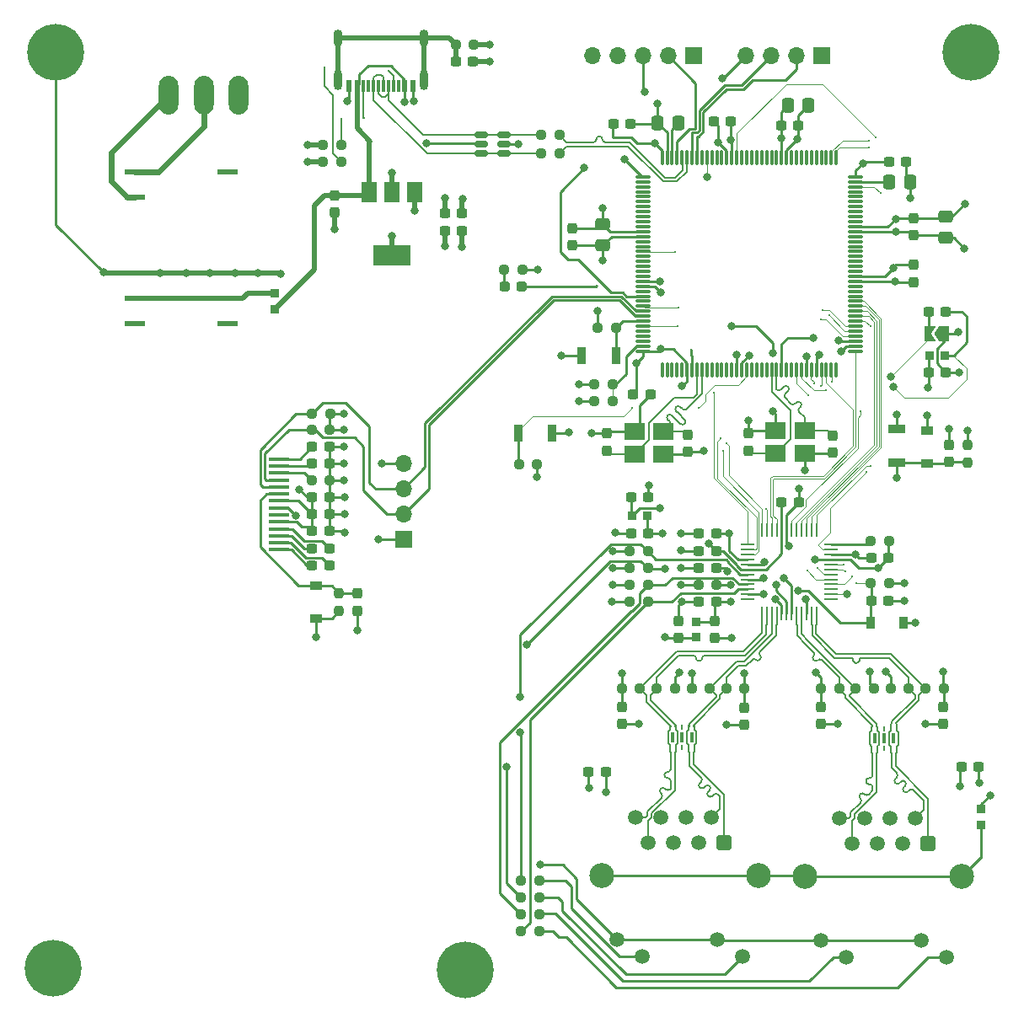
<source format=gbr>
%TF.GenerationSoftware,KiCad,Pcbnew,(6.0.11)*%
%TF.CreationDate,2023-05-21T23:05:42+09:00*%
%TF.ProjectId,STM32F4_Ethernet,53544d33-3246-4345-9f45-746865726e65,rev?*%
%TF.SameCoordinates,Original*%
%TF.FileFunction,Copper,L1,Top*%
%TF.FilePolarity,Positive*%
%FSLAX46Y46*%
G04 Gerber Fmt 4.6, Leading zero omitted, Abs format (unit mm)*
G04 Created by KiCad (PCBNEW (6.0.11)) date 2023-05-21 23:05:42*
%MOMM*%
%LPD*%
G01*
G04 APERTURE LIST*
G04 Aperture macros list*
%AMRoundRect*
0 Rectangle with rounded corners*
0 $1 Rounding radius*
0 $2 $3 $4 $5 $6 $7 $8 $9 X,Y pos of 4 corners*
0 Add a 4 corners polygon primitive as box body*
4,1,4,$2,$3,$4,$5,$6,$7,$8,$9,$2,$3,0*
0 Add four circle primitives for the rounded corners*
1,1,$1+$1,$2,$3*
1,1,$1+$1,$4,$5*
1,1,$1+$1,$6,$7*
1,1,$1+$1,$8,$9*
0 Add four rect primitives between the rounded corners*
20,1,$1+$1,$2,$3,$4,$5,0*
20,1,$1+$1,$4,$5,$6,$7,0*
20,1,$1+$1,$6,$7,$8,$9,0*
20,1,$1+$1,$8,$9,$2,$3,0*%
%AMFreePoly0*
4,1,6,1.000000,0.000000,0.500000,-0.750000,-0.500000,-0.750000,-0.500000,0.750000,0.500000,0.750000,1.000000,0.000000,1.000000,0.000000,$1*%
%AMFreePoly1*
4,1,6,0.500000,-0.750000,-0.650000,-0.750000,-0.150000,0.000000,-0.650000,0.750000,0.500000,0.750000,0.500000,-0.750000,0.500000,-0.750000,$1*%
G04 Aperture macros list end*
%TA.AperFunction,SMDPad,CuDef*%
%ADD10RoundRect,0.237500X-0.250000X-0.237500X0.250000X-0.237500X0.250000X0.237500X-0.250000X0.237500X0*%
%TD*%
%TA.AperFunction,SMDPad,CuDef*%
%ADD11RoundRect,0.250000X0.475000X-0.337500X0.475000X0.337500X-0.475000X0.337500X-0.475000X-0.337500X0*%
%TD*%
%TA.AperFunction,SMDPad,CuDef*%
%ADD12RoundRect,0.237500X0.237500X-0.250000X0.237500X0.250000X-0.237500X0.250000X-0.237500X-0.250000X0*%
%TD*%
%TA.AperFunction,SMDPad,CuDef*%
%ADD13RoundRect,0.237500X-0.237500X0.300000X-0.237500X-0.300000X0.237500X-0.300000X0.237500X0.300000X0*%
%TD*%
%TA.AperFunction,ComponentPad*%
%ADD14C,5.700000*%
%TD*%
%TA.AperFunction,SMDPad,CuDef*%
%ADD15RoundRect,0.237500X0.250000X0.237500X-0.250000X0.237500X-0.250000X-0.237500X0.250000X-0.237500X0*%
%TD*%
%TA.AperFunction,SMDPad,CuDef*%
%ADD16RoundRect,0.150000X0.512500X0.150000X-0.512500X0.150000X-0.512500X-0.150000X0.512500X-0.150000X0*%
%TD*%
%TA.AperFunction,SMDPad,CuDef*%
%ADD17RoundRect,0.237500X0.237500X-0.300000X0.237500X0.300000X-0.237500X0.300000X-0.237500X-0.300000X0*%
%TD*%
%TA.AperFunction,SMDPad,CuDef*%
%ADD18RoundRect,0.237500X0.300000X0.237500X-0.300000X0.237500X-0.300000X-0.237500X0.300000X-0.237500X0*%
%TD*%
%TA.AperFunction,SMDPad,CuDef*%
%ADD19R,1.200000X0.900000*%
%TD*%
%TA.AperFunction,SMDPad,CuDef*%
%ADD20RoundRect,0.237500X-0.300000X-0.237500X0.300000X-0.237500X0.300000X0.237500X-0.300000X0.237500X0*%
%TD*%
%TA.AperFunction,SMDPad,CuDef*%
%ADD21R,1.500000X2.000000*%
%TD*%
%TA.AperFunction,SMDPad,CuDef*%
%ADD22R,3.800000X2.000000*%
%TD*%
%TA.AperFunction,SMDPad,CuDef*%
%ADD23RoundRect,0.250000X-0.337500X-0.475000X0.337500X-0.475000X0.337500X0.475000X-0.337500X0.475000X0*%
%TD*%
%TA.AperFunction,SMDPad,CuDef*%
%ADD24RoundRect,0.075000X0.075000X-0.662500X0.075000X0.662500X-0.075000X0.662500X-0.075000X-0.662500X0*%
%TD*%
%TA.AperFunction,SMDPad,CuDef*%
%ADD25RoundRect,0.075000X0.662500X-0.075000X0.662500X0.075000X-0.662500X0.075000X-0.662500X-0.075000X0*%
%TD*%
%TA.AperFunction,SMDPad,CuDef*%
%ADD26R,0.254000X1.422400*%
%TD*%
%TA.AperFunction,SMDPad,CuDef*%
%ADD27R,1.422400X0.254000*%
%TD*%
%TA.AperFunction,SMDPad,CuDef*%
%ADD28RoundRect,0.237500X-0.237500X0.250000X-0.237500X-0.250000X0.237500X-0.250000X0.237500X0.250000X0*%
%TD*%
%TA.AperFunction,SMDPad,CuDef*%
%ADD29R,1.700000X0.900000*%
%TD*%
%TA.AperFunction,SMDPad,CuDef*%
%ADD30R,0.970000X0.900000*%
%TD*%
%TA.AperFunction,SMDPad,CuDef*%
%ADD31R,0.900000X1.700000*%
%TD*%
%TA.AperFunction,SMDPad,CuDef*%
%ADD32R,0.900000X0.970000*%
%TD*%
%TA.AperFunction,SMDPad,CuDef*%
%ADD33R,2.000000X0.350000*%
%TD*%
%TA.AperFunction,ComponentPad*%
%ADD34R,1.700000X1.700000*%
%TD*%
%TA.AperFunction,ComponentPad*%
%ADD35O,1.700000X1.700000*%
%TD*%
%TA.AperFunction,SMDPad,CuDef*%
%ADD36R,2.159000X0.609600*%
%TD*%
%TA.AperFunction,SMDPad,CuDef*%
%ADD37R,0.250000X0.580000*%
%TD*%
%TA.AperFunction,SMDPad,CuDef*%
%ADD38R,0.400000X1.000000*%
%TD*%
%TA.AperFunction,SMDPad,CuDef*%
%ADD39RoundRect,0.237500X0.287500X0.237500X-0.287500X0.237500X-0.287500X-0.237500X0.287500X-0.237500X0*%
%TD*%
%TA.AperFunction,ComponentPad*%
%ADD40O,1.950000X3.900000*%
%TD*%
%TA.AperFunction,SMDPad,CuDef*%
%ADD41RoundRect,0.250000X0.337500X0.475000X-0.337500X0.475000X-0.337500X-0.475000X0.337500X-0.475000X0*%
%TD*%
%TA.AperFunction,SMDPad,CuDef*%
%ADD42FreePoly0,180.000000*%
%TD*%
%TA.AperFunction,SMDPad,CuDef*%
%ADD43FreePoly1,180.000000*%
%TD*%
%TA.AperFunction,SMDPad,CuDef*%
%ADD44R,0.600000X1.160000*%
%TD*%
%TA.AperFunction,SMDPad,CuDef*%
%ADD45R,0.300000X1.160000*%
%TD*%
%TA.AperFunction,ComponentPad*%
%ADD46O,0.900000X2.000000*%
%TD*%
%TA.AperFunction,ComponentPad*%
%ADD47O,0.900000X1.700000*%
%TD*%
%TA.AperFunction,SMDPad,CuDef*%
%ADD48R,0.900000X1.200000*%
%TD*%
%TA.AperFunction,SMDPad,CuDef*%
%ADD49RoundRect,0.250000X-0.475000X0.337500X-0.475000X-0.337500X0.475000X-0.337500X0.475000X0.337500X0*%
%TD*%
%TA.AperFunction,SMDPad,CuDef*%
%ADD50R,2.100000X1.800000*%
%TD*%
%TA.AperFunction,ComponentPad*%
%ADD51RoundRect,0.250500X0.499500X0.499500X-0.499500X0.499500X-0.499500X-0.499500X0.499500X-0.499500X0*%
%TD*%
%TA.AperFunction,ComponentPad*%
%ADD52C,1.500000*%
%TD*%
%TA.AperFunction,ComponentPad*%
%ADD53C,2.500000*%
%TD*%
%TA.AperFunction,ViaPad*%
%ADD54C,0.800000*%
%TD*%
%TA.AperFunction,ViaPad*%
%ADD55C,0.250000*%
%TD*%
%TA.AperFunction,ViaPad*%
%ADD56C,0.300000*%
%TD*%
%TA.AperFunction,Conductor*%
%ADD57C,0.250000*%
%TD*%
%TA.AperFunction,Conductor*%
%ADD58C,0.500000*%
%TD*%
%TA.AperFunction,Conductor*%
%ADD59C,0.203200*%
%TD*%
%TA.AperFunction,Conductor*%
%ADD60C,0.100000*%
%TD*%
%TA.AperFunction,Conductor*%
%ADD61C,0.150000*%
%TD*%
%TA.AperFunction,Conductor*%
%ADD62C,0.090000*%
%TD*%
%TA.AperFunction,Conductor*%
%ADD63C,0.600000*%
%TD*%
G04 APERTURE END LIST*
D10*
%TO.P,R17,1*%
%TO.N,/Ethernet/TX2+*%
X127387500Y-127900000D03*
%TO.P,R17,2*%
%TO.N,Net-(C31-Pad1)*%
X129212500Y-127900000D03*
%TD*%
D11*
%TO.P,C20,1*%
%TO.N,+3V3*%
X95000000Y-83337500D03*
%TO.P,C20,2*%
%TO.N,GND*%
X95000000Y-81262500D03*
%TD*%
D12*
%TO.P,R26,1*%
%TO.N,+3V3*%
X68500000Y-120120000D03*
%TO.P,R26,2*%
%TO.N,/Display/DISP_RES*%
X68500000Y-118295000D03*
%TD*%
D13*
%TO.P,C53,1*%
%TO.N,USB_POWER*%
X68000000Y-78337500D03*
%TO.P,C53,2*%
%TO.N,GND*%
X68000000Y-80062500D03*
%TD*%
D14*
%TO.P,H4,1,1*%
%TO.N,GND*%
X81200000Y-156200000D03*
%TD*%
D15*
%TO.P,R7,1*%
%TO.N,Net-(J3-Pad9)*%
X88587500Y-148900000D03*
%TO.P,R7,2*%
%TO.N,/Ethernet/P1LED0*%
X86762500Y-148900000D03*
%TD*%
D16*
%TO.P,U4,1,I/O1*%
%TO.N,/USB/USBDM+*%
X85037500Y-74150000D03*
%TO.P,U4,2,GND*%
%TO.N,GND*%
X85037500Y-73200000D03*
%TO.P,U4,3,I/O2*%
%TO.N,/USB/USBDM-*%
X85037500Y-72250000D03*
%TO.P,U4,4,I/O2*%
X82762500Y-72250000D03*
%TO.P,U4,5,VBUS*%
%TO.N,USB_POWER*%
X82762500Y-73200000D03*
%TO.P,U4,6,I/O1*%
%TO.N,/USB/USBDM+*%
X82762500Y-74150000D03*
%TD*%
D15*
%TO.P,R23,1*%
%TO.N,/Ethernet/P2LED0*%
X99512500Y-119200000D03*
%TO.P,R23,2*%
%TO.N,GND*%
X97687500Y-119200000D03*
%TD*%
%TO.P,R29,1*%
%TO.N,+3V3*%
X67575000Y-100295000D03*
%TO.P,R29,2*%
%TO.N,/Display/DISP_SCL*%
X65750000Y-100295000D03*
%TD*%
D17*
%TO.P,C25,1*%
%TO.N,/MCU/~{RESET}*%
X129800000Y-105150000D03*
%TO.P,C25,2*%
%TO.N,GND*%
X129800000Y-103425000D03*
%TD*%
D18*
%TO.P,C41,1*%
%TO.N,/Ethernet/PHY_1V8A*%
X99562500Y-112300000D03*
%TO.P,C41,2*%
%TO.N,GND*%
X97837500Y-112300000D03*
%TD*%
D19*
%TO.P,D6,1,K*%
%TO.N,+3V3*%
X66200000Y-120857500D03*
%TO.P,D6,2,A*%
%TO.N,/Display/DISP_RES*%
X66200000Y-117557500D03*
%TD*%
D20*
%TO.P,C13,1*%
%TO.N,+3V3*%
X112900000Y-71300000D03*
%TO.P,C13,2*%
%TO.N,GND*%
X114625000Y-71300000D03*
%TD*%
D21*
%TO.P,U6,1,GND*%
%TO.N,GND*%
X76100000Y-78050000D03*
%TO.P,U6,2,VO*%
%TO.N,+3V3*%
X73800000Y-78050000D03*
D22*
X73800000Y-84350000D03*
D21*
%TO.P,U6,3,VI*%
%TO.N,USB_POWER*%
X71500000Y-78050000D03*
%TD*%
D10*
%TO.P,R13,1*%
%TO.N,/Ethernet/TX1+*%
X107400000Y-127900000D03*
%TO.P,R13,2*%
%TO.N,Net-(C29-Pad1)*%
X109225000Y-127900000D03*
%TD*%
D20*
%TO.P,C33,1*%
%TO.N,/MCU/ETH_RESET*%
X121937500Y-119100000D03*
%TO.P,C33,2*%
%TO.N,GND*%
X123662500Y-119100000D03*
%TD*%
D23*
%TO.P,C21,1*%
%TO.N,+3V3*%
X113550000Y-69300000D03*
%TO.P,C21,2*%
%TO.N,GND*%
X115625000Y-69300000D03*
%TD*%
D10*
%TO.P,R14,1*%
%TO.N,Net-(C29-Pad1)*%
X103900000Y-127900000D03*
%TO.P,R14,2*%
%TO.N,/Ethernet/TX1-*%
X105725000Y-127900000D03*
%TD*%
D15*
%TO.P,R24,1*%
%TO.N,/Ethernet/ISET*%
X106412500Y-117479000D03*
%TO.P,R24,2*%
%TO.N,GND*%
X104587500Y-117479000D03*
%TD*%
D10*
%TO.P,R19,1*%
%TO.N,/Ethernet/RX2+*%
X120387500Y-127900000D03*
%TO.P,R19,2*%
%TO.N,Net-(C32-Pad1)*%
X122212500Y-127900000D03*
%TD*%
D24*
%TO.P,U2,1,PE2*%
%TO.N,unconnected-(U2-Pad1)*%
X100940000Y-95892500D03*
%TO.P,U2,2,PE3*%
%TO.N,unconnected-(U2-Pad2)*%
X101440000Y-95892500D03*
%TO.P,U2,3,PE4*%
%TO.N,unconnected-(U2-Pad3)*%
X101940000Y-95892500D03*
%TO.P,U2,4,PE5*%
%TO.N,unconnected-(U2-Pad4)*%
X102440000Y-95892500D03*
%TO.P,U2,5,PE6*%
%TO.N,unconnected-(U2-Pad5)*%
X102940000Y-95892500D03*
%TO.P,U2,6,VBAT*%
%TO.N,+3V3*%
X103440000Y-95892500D03*
%TO.P,U2,7,PC13*%
%TO.N,/MCU/LD1*%
X103940000Y-95892500D03*
%TO.P,U2,8,PC14*%
%TO.N,/MCU/LSE+*%
X104440000Y-95892500D03*
%TO.P,U2,9,PC15*%
%TO.N,/MCU/LSE-*%
X104940000Y-95892500D03*
%TO.P,U2,10,PF0*%
%TO.N,/MCU/A0*%
X105440000Y-95892500D03*
%TO.P,U2,11,PF1*%
%TO.N,/MCU/A1*%
X105940000Y-95892500D03*
%TO.P,U2,12,PF2*%
%TO.N,/MCU/A2*%
X106440000Y-95892500D03*
%TO.P,U2,13,PF3*%
%TO.N,/MCU/A3*%
X106940000Y-95892500D03*
%TO.P,U2,14,PF4*%
%TO.N,/MCU/A4*%
X107440000Y-95892500D03*
%TO.P,U2,15,PF5*%
%TO.N,/MCU/A5*%
X107940000Y-95892500D03*
%TO.P,U2,16,VSS*%
%TO.N,GND*%
X108440000Y-95892500D03*
%TO.P,U2,17,VDD*%
%TO.N,+3V3*%
X108940000Y-95892500D03*
%TO.P,U2,18,PF6*%
%TO.N,/MCU/B0*%
X109440000Y-95892500D03*
%TO.P,U2,19,PF7*%
%TO.N,unconnected-(U2-Pad19)*%
X109940000Y-95892500D03*
%TO.P,U2,20,PF8*%
%TO.N,unconnected-(U2-Pad20)*%
X110440000Y-95892500D03*
%TO.P,U2,21,PF9*%
%TO.N,unconnected-(U2-Pad21)*%
X110940000Y-95892500D03*
%TO.P,U2,22,PF10*%
%TO.N,unconnected-(U2-Pad22)*%
X111440000Y-95892500D03*
%TO.P,U2,23,PH0*%
%TO.N,/MCU/HSE+*%
X111940000Y-95892500D03*
%TO.P,U2,24,PH1*%
%TO.N,/MCU/HSE-*%
X112440000Y-95892500D03*
%TO.P,U2,25,NRST*%
%TO.N,/MCU/~{RESET}*%
X112940000Y-95892500D03*
%TO.P,U2,26,PC0*%
%TO.N,unconnected-(U2-Pad26)*%
X113440000Y-95892500D03*
%TO.P,U2,27,PC1*%
%TO.N,/MCU/ETH_MDC*%
X113940000Y-95892500D03*
%TO.P,U2,28,PC2*%
%TO.N,/MCU/ETH_TXD2*%
X114440000Y-95892500D03*
%TO.P,U2,29,PC3*%
%TO.N,/MCU/ETH_TX_CLK*%
X114940000Y-95892500D03*
%TO.P,U2,30,VDD*%
%TO.N,+3V3*%
X115440000Y-95892500D03*
%TO.P,U2,31,VSSA*%
%TO.N,/MCU/STM32_VSSA*%
X115940000Y-95892500D03*
%TO.P,U2,32,VREF+*%
%TO.N,+3V3*%
X116440000Y-95892500D03*
%TO.P,U2,33,VDDA*%
%TO.N,/MCU/STM32_VDDA*%
X116940000Y-95892500D03*
%TO.P,U2,34,PA0*%
%TO.N,/MCU/ETH_CRS*%
X117440000Y-95892500D03*
%TO.P,U2,35,PA1*%
%TO.N,/MCU/ETH_RX_CLK*%
X117940000Y-95892500D03*
%TO.P,U2,36,PA2*%
%TO.N,/MCU/ETH_MDIO*%
X118440000Y-95892500D03*
D25*
%TO.P,U2,37,PA3*%
%TO.N,/MCU/ETH_COL*%
X120352500Y-93980000D03*
%TO.P,U2,38,VSS*%
%TO.N,GND*%
X120352500Y-93480000D03*
%TO.P,U2,39,VDD*%
%TO.N,+3V3*%
X120352500Y-92980000D03*
%TO.P,U2,40,PA4*%
%TO.N,/MCU/SPI_NSS*%
X120352500Y-92480000D03*
%TO.P,U2,41,PA5*%
%TO.N,/MCU/SPI_SCK*%
X120352500Y-91980000D03*
%TO.P,U2,42,PA6*%
%TO.N,/MCU/SPI_MISO*%
X120352500Y-91480000D03*
%TO.P,U2,43,PA7*%
%TO.N,/MCU/ETH_RX_DV*%
X120352500Y-90980000D03*
%TO.P,U2,44,PC4*%
%TO.N,/MCU/ETH_RXD0*%
X120352500Y-90480000D03*
%TO.P,U2,45,PC5*%
%TO.N,/MCU/ETH_RXD1*%
X120352500Y-89980000D03*
%TO.P,U2,46,PB0*%
%TO.N,/MCU/ETH_RXD2*%
X120352500Y-89480000D03*
%TO.P,U2,47,PB1*%
%TO.N,/MCU/ETH_RXD3*%
X120352500Y-88980000D03*
%TO.P,U2,48,PB2*%
%TO.N,unconnected-(U2-Pad48)*%
X120352500Y-88480000D03*
%TO.P,U2,49,PF11*%
%TO.N,unconnected-(U2-Pad49)*%
X120352500Y-87980000D03*
%TO.P,U2,50,PF12*%
%TO.N,/MCU/A6*%
X120352500Y-87480000D03*
%TO.P,U2,51,VSS*%
%TO.N,GND*%
X120352500Y-86980000D03*
%TO.P,U2,52,VDD*%
%TO.N,+3V3*%
X120352500Y-86480000D03*
%TO.P,U2,53,PF13*%
%TO.N,/MCU/A7*%
X120352500Y-85980000D03*
%TO.P,U2,54,PF14*%
%TO.N,/MCU/A8*%
X120352500Y-85480000D03*
%TO.P,U2,55,PF15*%
%TO.N,/MCU/A9*%
X120352500Y-84980000D03*
%TO.P,U2,56,PG0*%
%TO.N,/MCU/A10*%
X120352500Y-84480000D03*
%TO.P,U2,57,PG1*%
%TO.N,/MCU/A11*%
X120352500Y-83980000D03*
%TO.P,U2,58,PE7*%
%TO.N,/MCU/D4*%
X120352500Y-83480000D03*
%TO.P,U2,59,PE8*%
%TO.N,/MCU/D5*%
X120352500Y-82980000D03*
%TO.P,U2,60,PE9*%
%TO.N,/MCU/D6*%
X120352500Y-82480000D03*
%TO.P,U2,61,VSS*%
%TO.N,GND*%
X120352500Y-81980000D03*
%TO.P,U2,62,VDD*%
%TO.N,+3V3*%
X120352500Y-81480000D03*
%TO.P,U2,63,PE10*%
%TO.N,/MCU/D7*%
X120352500Y-80980000D03*
%TO.P,U2,64,PE11*%
%TO.N,/MCU/D8*%
X120352500Y-80480000D03*
%TO.P,U2,65,PE12*%
%TO.N,/MCU/D9*%
X120352500Y-79980000D03*
%TO.P,U2,66,PE13*%
%TO.N,/MCU/D10*%
X120352500Y-79480000D03*
%TO.P,U2,67,PE14*%
%TO.N,/MCU/D11*%
X120352500Y-78980000D03*
%TO.P,U2,68,PE15*%
%TO.N,/MCU/D12*%
X120352500Y-78480000D03*
%TO.P,U2,69,PB10*%
%TO.N,unconnected-(U2-Pad69)*%
X120352500Y-77980000D03*
%TO.P,U2,70,PB11*%
%TO.N,/MCU/ETH_TX_EN*%
X120352500Y-77480000D03*
%TO.P,U2,71,VCAP_1*%
%TO.N,Net-(C23-Pad2)*%
X120352500Y-76980000D03*
%TO.P,U2,72,VDD*%
%TO.N,+3V3*%
X120352500Y-76480000D03*
D24*
%TO.P,U2,73,PB12*%
%TO.N,/MCU/ETH_TXD0*%
X118440000Y-74567500D03*
%TO.P,U2,74,PB13*%
%TO.N,/MCU/ETH_TXD1*%
X117940000Y-74567500D03*
%TO.P,U2,75,PB14*%
%TO.N,unconnected-(U2-Pad75)*%
X117440000Y-74567500D03*
%TO.P,U2,76,PB15*%
%TO.N,unconnected-(U2-Pad76)*%
X116940000Y-74567500D03*
%TO.P,U2,77,PD8*%
%TO.N,/MCU/D13*%
X116440000Y-74567500D03*
%TO.P,U2,78,PD9*%
%TO.N,/MCU/D14*%
X115940000Y-74567500D03*
%TO.P,U2,79,PD10*%
%TO.N,/MCU/D15*%
X115440000Y-74567500D03*
%TO.P,U2,80,PD11*%
%TO.N,/MCU/A16*%
X114940000Y-74567500D03*
%TO.P,U2,81,PD12*%
%TO.N,/MCU/A17*%
X114440000Y-74567500D03*
%TO.P,U2,82,PD13*%
%TO.N,/MCU/A18*%
X113940000Y-74567500D03*
%TO.P,U2,83,VSS*%
%TO.N,GND*%
X113440000Y-74567500D03*
%TO.P,U2,84,VDD*%
%TO.N,+3V3*%
X112940000Y-74567500D03*
%TO.P,U2,85,PD14*%
%TO.N,/MCU/D0*%
X112440000Y-74567500D03*
%TO.P,U2,86,PD15*%
%TO.N,/MCU/D1*%
X111940000Y-74567500D03*
%TO.P,U2,87,PG2*%
%TO.N,/MCU/A12*%
X111440000Y-74567500D03*
%TO.P,U2,88,PG3*%
%TO.N,/MCU/A13*%
X110940000Y-74567500D03*
%TO.P,U2,89,PG4*%
%TO.N,/MCU/A14*%
X110440000Y-74567500D03*
%TO.P,U2,90,PG5*%
%TO.N,/MCU/A15*%
X109940000Y-74567500D03*
%TO.P,U2,91,PG6*%
%TO.N,unconnected-(U2-Pad91)*%
X109440000Y-74567500D03*
%TO.P,U2,92,PG7*%
%TO.N,unconnected-(U2-Pad92)*%
X108940000Y-74567500D03*
%TO.P,U2,93,PG8*%
%TO.N,/MCU/ETH_RESET*%
X108440000Y-74567500D03*
%TO.P,U2,94,VSS*%
%TO.N,GND*%
X107940000Y-74567500D03*
%TO.P,U2,95,VDD*%
%TO.N,+3V3*%
X107440000Y-74567500D03*
%TO.P,U2,96,PC6*%
%TO.N,unconnected-(U2-Pad96)*%
X106940000Y-74567500D03*
%TO.P,U2,97,PC7*%
%TO.N,unconnected-(U2-Pad97)*%
X106440000Y-74567500D03*
%TO.P,U2,98,PC8*%
%TO.N,/MCU/SDIO_D0*%
X105940000Y-74567500D03*
%TO.P,U2,99,PC9*%
%TO.N,/MCU/MCO_25MHz*%
X105440000Y-74567500D03*
%TO.P,U2,100,PA8*%
%TO.N,unconnected-(U2-Pad100)*%
X104940000Y-74567500D03*
%TO.P,U2,101,PA9*%
%TO.N,/MCU/UART_TX*%
X104440000Y-74567500D03*
%TO.P,U2,102,PA10*%
%TO.N,/MCU/UART_RX*%
X103940000Y-74567500D03*
%TO.P,U2,103,PA11*%
%TO.N,/MCU/USB_D-*%
X103440000Y-74567500D03*
%TO.P,U2,104,PA12*%
%TO.N,/MCU/USB_D+*%
X102940000Y-74567500D03*
%TO.P,U2,105,PA13*%
%TO.N,/MCU/JTAG_SWDIO*%
X102440000Y-74567500D03*
%TO.P,U2,106,VCAP_2*%
%TO.N,Net-(C22-Pad2)*%
X101940000Y-74567500D03*
%TO.P,U2,107,VSS*%
%TO.N,GND*%
X101440000Y-74567500D03*
%TO.P,U2,108,VDD*%
%TO.N,+3V3*%
X100940000Y-74567500D03*
D25*
%TO.P,U2,109,PA14*%
%TO.N,/MCU/JTAG_SWCLK*%
X99027500Y-76480000D03*
%TO.P,U2,110,PA15*%
%TO.N,unconnected-(U2-Pad110)*%
X99027500Y-76980000D03*
%TO.P,U2,111,PC10*%
%TO.N,unconnected-(U2-Pad111)*%
X99027500Y-77480000D03*
%TO.P,U2,112,PC11*%
%TO.N,unconnected-(U2-Pad112)*%
X99027500Y-77980000D03*
%TO.P,U2,113,PC12*%
%TO.N,/MCU/SDIO_CLK*%
X99027500Y-78480000D03*
%TO.P,U2,114,PD0*%
%TO.N,/MCU/D2*%
X99027500Y-78980000D03*
%TO.P,U2,115,PD1*%
%TO.N,/MCU/D3*%
X99027500Y-79480000D03*
%TO.P,U2,116,PD2*%
%TO.N,/MCU/SDIO_CMD*%
X99027500Y-79980000D03*
%TO.P,U2,117,PD3*%
%TO.N,/MCU/SDIO_Detect*%
X99027500Y-80480000D03*
%TO.P,U2,118,PD4*%
%TO.N,/MCU/FSMC_NOE*%
X99027500Y-80980000D03*
%TO.P,U2,119,PD5*%
%TO.N,/MCU/FSMC_NWE*%
X99027500Y-81480000D03*
%TO.P,U2,120,VSS*%
%TO.N,GND*%
X99027500Y-81980000D03*
%TO.P,U2,121,VDD*%
%TO.N,+3V3*%
X99027500Y-82480000D03*
%TO.P,U2,122,PD6*%
%TO.N,/MCU/FSMC_NWAIT*%
X99027500Y-82980000D03*
%TO.P,U2,123,PD7*%
%TO.N,/MCU/FSMC_NE1*%
X99027500Y-83480000D03*
%TO.P,U2,124,PG9*%
%TO.N,/MCU/ETH_INT*%
X99027500Y-83980000D03*
%TO.P,U2,125,PG10*%
%TO.N,/MCU/USB_VBUS*%
X99027500Y-84480000D03*
%TO.P,U2,126,PG11*%
%TO.N,unconnected-(U2-Pad126)*%
X99027500Y-84980000D03*
%TO.P,U2,127,PG12*%
%TO.N,unconnected-(U2-Pad127)*%
X99027500Y-85480000D03*
%TO.P,U2,128,PG13*%
%TO.N,unconnected-(U2-Pad128)*%
X99027500Y-85980000D03*
%TO.P,U2,129,PG14*%
%TO.N,unconnected-(U2-Pad129)*%
X99027500Y-86480000D03*
%TO.P,U2,130,VSS*%
%TO.N,GND*%
X99027500Y-86980000D03*
%TO.P,U2,131,VDD*%
%TO.N,+3V3*%
X99027500Y-87480000D03*
%TO.P,U2,132,PG15*%
%TO.N,unconnected-(U2-Pad132)*%
X99027500Y-87980000D03*
%TO.P,U2,133,PB3*%
%TO.N,/MCU/JTAG_SWO*%
X99027500Y-88480000D03*
%TO.P,U2,134,PB4*%
%TO.N,unconnected-(U2-Pad134)*%
X99027500Y-88980000D03*
%TO.P,U2,135,PB5*%
%TO.N,/MCU/SPI_MOSI*%
X99027500Y-89480000D03*
%TO.P,U2,136,PB6*%
%TO.N,/Display/DISP_SCL*%
X99027500Y-89980000D03*
%TO.P,U2,137,PB7*%
%TO.N,/Display/DISP_SCA*%
X99027500Y-90480000D03*
%TO.P,U2,138,BOOT0*%
%TO.N,/MCU/BOOT0*%
X99027500Y-90980000D03*
%TO.P,U2,139,PB8*%
%TO.N,/MCU/ETH_TXD3*%
X99027500Y-91480000D03*
%TO.P,U2,140,PB9*%
%TO.N,unconnected-(U2-Pad140)*%
X99027500Y-91980000D03*
%TO.P,U2,141,PE0*%
%TO.N,/MCU/FSMC_NBL0*%
X99027500Y-92480000D03*
%TO.P,U2,142,PE1*%
%TO.N,/MCU/FSMC_NBL1*%
X99027500Y-92980000D03*
%TO.P,U2,143,PDR_ON*%
%TO.N,/MCU/PDR_ON*%
X99027500Y-93480000D03*
%TO.P,U2,144,VDD*%
%TO.N,+3V3*%
X99027500Y-93980000D03*
%TD*%
D15*
%TO.P,R34,1*%
%TO.N,/MCU/USB_D-*%
X90612500Y-74100000D03*
%TO.P,R34,2*%
%TO.N,/USB/USBDM+*%
X88787500Y-74100000D03*
%TD*%
D13*
%TO.P,C3,1*%
%TO.N,+3V3*%
X126200000Y-80600000D03*
%TO.P,C3,2*%
%TO.N,GND*%
X126200000Y-82325000D03*
%TD*%
D26*
%TO.P,U3,1,RXM1*%
%TO.N,/Ethernet/RX1-*%
X110960300Y-120366000D03*
%TO.P,U3,2,RXP1*%
%TO.N,/Ethernet/RX1+*%
X111442900Y-120366000D03*
%TO.P,U3,3,TXM1*%
%TO.N,/Ethernet/TX1-*%
X111950900Y-120366000D03*
%TO.P,U3,4,TXP1*%
%TO.N,/Ethernet/TX1+*%
X112458900Y-120366000D03*
%TO.P,U3,5,VDDA_3.3*%
%TO.N,/Ethernet/PHY_3V3A*%
X112941500Y-120366000D03*
%TO.P,U3,6,ISET*%
%TO.N,/Ethernet/ISET*%
X113449500Y-120366000D03*
%TO.P,U3,7,VDDA_1.8*%
%TO.N,/Ethernet/PHY_1V8A*%
X113957500Y-120366000D03*
%TO.P,U3,8,RXM2*%
%TO.N,/Ethernet/RX2-*%
X114465500Y-120366000D03*
%TO.P,U3,9,RXP2*%
%TO.N,/Ethernet/RX2+*%
X114948100Y-120366000D03*
%TO.P,U3,10,AGND*%
%TO.N,GND*%
X115456100Y-120366000D03*
%TO.P,U3,11,TXM2*%
%TO.N,/Ethernet/TX2-*%
X115964100Y-120366000D03*
%TO.P,U3,12,TXP2*%
%TO.N,/Ethernet/TX2+*%
X116446700Y-120366000D03*
D27*
%TO.P,U3,13,NC*%
%TO.N,unconnected-(U3-Pad13)*%
X117894500Y-118918200D03*
%TO.P,U3,14,X1*%
%TO.N,/MCU/MCO_25MHz*%
X117894500Y-118435600D03*
%TO.P,U3,15,X2*%
%TO.N,unconnected-(U3-Pad15)*%
X117894500Y-117927600D03*
%TO.P,U3,16,SMTXEN3*%
%TO.N,/MCU/ETH_TX_EN*%
X117894500Y-117419600D03*
%TO.P,U3,17,SMTXD33/E_REFCLK_3*%
%TO.N,/MCU/ETH_TXD3*%
X117894500Y-116937000D03*
%TO.P,U3,18,SMTXD32*%
%TO.N,/MCU/ETH_TXD2*%
X117894500Y-116429000D03*
%TO.P,U3,19,SMTDX31*%
%TO.N,/MCU/ETH_TXD1*%
X117894500Y-115921000D03*
%TO.P,U3,20,SMTXD30*%
%TO.N,/MCU/ETH_TXD0*%
X117894500Y-115413000D03*
%TO.P,U3,21,GND_2*%
%TO.N,GND*%
X117894500Y-114930400D03*
%TO.P,U3,22,VDDIO*%
%TO.N,+3V3*%
X117894500Y-114422400D03*
%TO.P,U3,23,SMTXC3/REFCLK_3*%
%TO.N,/MCU/ETH_TX_CLK*%
X117894500Y-113914400D03*
%TO.P,U3,24,SMTXER3/MII_LINK_3*%
%TO.N,/Ethernet/MII_LINK_MODE*%
X117894500Y-113431800D03*
D26*
%TO.P,U3,25,SMRXDV3*%
%TO.N,/MCU/ETH_RX_DV*%
X116446700Y-111984000D03*
%TO.P,U3,26,SMRXD33/REFCLKO_3*%
%TO.N,/MCU/ETH_RXD3*%
X115964100Y-111984000D03*
%TO.P,U3,27,SMRXD32*%
%TO.N,/MCU/ETH_RXD2*%
X115456100Y-111984000D03*
%TO.P,U3,28,SMRXD31*%
%TO.N,/MCU/ETH_RXD1*%
X114948100Y-111984000D03*
%TO.P,U3,29,SMRXD30*%
%TO.N,/MCU/ETH_RXD0*%
X114465500Y-111984000D03*
%TO.P,U3,30,SMRXC3*%
%TO.N,/MCU/ETH_RX_CLK*%
X113957500Y-111984000D03*
%TO.P,U3,31,GND*%
%TO.N,GND*%
X113449500Y-111984000D03*
%TO.P,U3,32,VDDC*%
%TO.N,+1V8*%
X112941500Y-111984000D03*
%TO.P,U3,33,SCOL3*%
%TO.N,/MCU/ETH_COL*%
X112458900Y-111984000D03*
%TO.P,U3,34,SCRS3*%
%TO.N,/MCU/ETH_CRS*%
X111950900Y-111984000D03*
%TO.P,U3,35,INTRN*%
%TO.N,/MCU/ETH_INT*%
X111442900Y-111984000D03*
%TO.P,U3,36,SCL_MDC*%
%TO.N,/MCU/SPI_SCK*%
X110960300Y-111984000D03*
D27*
%TO.P,U3,37,SDA_MDIO*%
%TO.N,/MCU/SPI_MOSI*%
X109512500Y-113431800D03*
%TO.P,U3,38,SPIQ*%
%TO.N,/MCU/SPI_MISO*%
X109512500Y-113914400D03*
%TO.P,U3,39,SPISN*%
%TO.N,/MCU/SPI_NSS*%
X109512500Y-114422400D03*
%TO.P,U3,40,VDDIO_2*%
%TO.N,+3V3*%
X109512500Y-114930400D03*
%TO.P,U3,41,GND_3*%
%TO.N,GND*%
X109512500Y-115413000D03*
%TO.P,U3,42,VDDC0*%
%TO.N,+1V8*%
X109512500Y-115921000D03*
%TO.P,U3,43,P1LED1*%
%TO.N,/Ethernet/P1LED1*%
X109512500Y-116429000D03*
%TO.P,U3,44,P1LED0*%
%TO.N,/Ethernet/P1LED0*%
X109512500Y-116937000D03*
%TO.P,U3,45,P2LED1*%
%TO.N,/Ethernet/P2LED1*%
X109512500Y-117419600D03*
%TO.P,U3,46,P2LED0*%
%TO.N,/Ethernet/P2LED0*%
X109512500Y-117927600D03*
%TO.P,U3,47,RSTN*%
%TO.N,/MCU/ETH_RESET*%
X109512500Y-118435600D03*
%TO.P,U3,48,FXSD1*%
%TO.N,unconnected-(U3-Pad48)*%
X109512500Y-118918200D03*
%TD*%
D17*
%TO.P,C16,1*%
%TO.N,+3V3*%
X91900000Y-83362500D03*
%TO.P,C16,2*%
%TO.N,GND*%
X91900000Y-81637500D03*
%TD*%
D10*
%TO.P,R1,1*%
%TO.N,/MCU/B0*%
X86550000Y-105362500D03*
%TO.P,R1,2*%
%TO.N,GND*%
X88375000Y-105362500D03*
%TD*%
D20*
%TO.P,C18,1*%
%TO.N,+3V3*%
X106100000Y-70900000D03*
%TO.P,C18,2*%
%TO.N,GND*%
X107825000Y-70900000D03*
%TD*%
D28*
%TO.P,R4,1*%
%TO.N,+3V3*%
X131600000Y-103375000D03*
%TO.P,R4,2*%
%TO.N,/MCU/~{RESET}*%
X131600000Y-105200000D03*
%TD*%
D29*
%TO.P,SW3,1,1*%
%TO.N,/MCU/~{RESET}*%
X124500000Y-105187500D03*
%TO.P,SW3,2,2*%
%TO.N,GND*%
X124500000Y-101787500D03*
%TD*%
D10*
%TO.P,R16,1*%
%TO.N,Net-(C30-Pad1)*%
X96900000Y-127900000D03*
%TO.P,R16,2*%
%TO.N,/Ethernet/RX1-*%
X98725000Y-127900000D03*
%TD*%
D20*
%TO.P,C50,1*%
%TO.N,Net-(C50-Pad1)*%
X65787500Y-103595000D03*
%TO.P,C50,2*%
%TO.N,GND*%
X67512500Y-103595000D03*
%TD*%
D18*
%TO.P,C52,1*%
%TO.N,GND*%
X81962500Y-64900000D03*
%TO.P,C52,2*%
%TO.N,GNDS*%
X80237500Y-64900000D03*
%TD*%
D20*
%TO.P,C45,1*%
%TO.N,+3V3*%
X65787500Y-108695000D03*
%TO.P,C45,2*%
%TO.N,GND*%
X67512500Y-108695000D03*
%TD*%
D14*
%TO.P,H2,1,1*%
%TO.N,GND*%
X132000000Y-64000000D03*
%TD*%
D30*
%TO.P,FB3,1*%
%TO.N,+3V3*%
X104400000Y-122747500D03*
%TO.P,FB3,2*%
%TO.N,/Ethernet/PHY_3V3A*%
X104400000Y-121177500D03*
%TD*%
D15*
%TO.P,R10,1*%
%TO.N,Net-(J4-Pad11)*%
X88587500Y-150600000D03*
%TO.P,R10,2*%
%TO.N,/Ethernet/P2LED1*%
X86762500Y-150600000D03*
%TD*%
D31*
%TO.P,SW2,1,1*%
%TO.N,/MCU/BOOT0*%
X96275000Y-94450000D03*
%TO.P,SW2,2,2*%
%TO.N,+3V3*%
X92875000Y-94450000D03*
%TD*%
D13*
%TO.P,C40,1*%
%TO.N,/Ethernet/PHY_3V3A*%
X106200000Y-121100000D03*
%TO.P,C40,2*%
%TO.N,GND*%
X106200000Y-122825000D03*
%TD*%
D10*
%TO.P,R5,1*%
%TO.N,+3V3*%
X94125000Y-99050000D03*
%TO.P,R5,2*%
%TO.N,/MCU/PDR_ON*%
X95950000Y-99050000D03*
%TD*%
D18*
%TO.P,C47,1*%
%TO.N,GND*%
X67512500Y-110395000D03*
%TO.P,C47,2*%
%TO.N,+3V3*%
X65787500Y-110395000D03*
%TD*%
D13*
%TO.P,C30,1*%
%TO.N,Net-(C30-Pad1)*%
X96900000Y-129737500D03*
%TO.P,C30,2*%
%TO.N,GND*%
X96900000Y-131462500D03*
%TD*%
D18*
%TO.P,C46,1*%
%TO.N,GND*%
X67512500Y-112095000D03*
%TO.P,C46,2*%
%TO.N,+3V3*%
X65787500Y-112095000D03*
%TD*%
D32*
%TO.P,FB1,1*%
%TO.N,+3V3*%
X127777500Y-94400000D03*
%TO.P,FB1,2*%
%TO.N,/MCU/STM32_VDDA*%
X129347500Y-94400000D03*
%TD*%
D30*
%TO.P,FB5,1*%
%TO.N,/Power/5V*%
X62000000Y-88215000D03*
%TO.P,FB5,2*%
%TO.N,USB_POWER*%
X62000000Y-89785000D03*
%TD*%
D10*
%TO.P,R25,1*%
%TO.N,/Ethernet/MII_LINK_MODE*%
X121887500Y-113079000D03*
%TO.P,R25,2*%
%TO.N,GND*%
X123712500Y-113079000D03*
%TD*%
D33*
%TO.P,J5,1,Pin_1*%
%TO.N,Net-(C51-Pad2)*%
X62450000Y-113945000D03*
%TO.P,J5,2,Pin_2*%
%TO.N,Net-(C51-Pad1)*%
X62450000Y-113245000D03*
%TO.P,J5,3,Pin_3*%
%TO.N,Net-(C49-Pad2)*%
X62450000Y-112545000D03*
%TO.P,J5,4,Pin_4*%
%TO.N,Net-(C49-Pad1)*%
X62450000Y-111845000D03*
%TO.P,J5,5,Pin_5*%
%TO.N,+3V3*%
X62450000Y-111145000D03*
%TO.P,J5,6,Pin_6*%
%TO.N,unconnected-(J5-Pad6)*%
X62450000Y-110445000D03*
%TO.P,J5,7,Pin_7*%
%TO.N,GND*%
X62450000Y-109745000D03*
%TO.P,J5,8,Pin_8*%
%TO.N,+3V3*%
X62450000Y-109045000D03*
%TO.P,J5,9,Pin_9*%
%TO.N,/Display/DISP_RES*%
X62450000Y-108345000D03*
%TO.P,J5,10,Pin_10*%
%TO.N,/Display/DISP_SCL*%
X62450000Y-107645000D03*
%TO.P,J5,11,Pin_11*%
%TO.N,/Display/DISP_SCA*%
X62450000Y-106945000D03*
%TO.P,J5,12,Pin_12*%
%TO.N,Net-(J5-Pad12)*%
X62450000Y-106245000D03*
%TO.P,J5,13,Pin_13*%
%TO.N,Net-(C48-Pad1)*%
X62450000Y-105545000D03*
%TO.P,J5,14,Pin_14*%
%TO.N,Net-(C50-Pad1)*%
X62450000Y-104845000D03*
%TD*%
D34*
%TO.P,J1,1,Pin_1*%
%TO.N,unconnected-(J1-Pad1)*%
X117000000Y-64300000D03*
D35*
%TO.P,J1,2,Pin_2*%
%TO.N,/MCU/UART_TX*%
X114460000Y-64300000D03*
%TO.P,J1,3,Pin_3*%
%TO.N,/MCU/UART_RX*%
X111920000Y-64300000D03*
%TO.P,J1,4,Pin_4*%
%TO.N,GND*%
X109380000Y-64300000D03*
%TD*%
D17*
%TO.P,C4,1*%
%TO.N,/MCU/HSE+*%
X109572500Y-103970000D03*
%TO.P,C4,2*%
%TO.N,GND*%
X109572500Y-102245000D03*
%TD*%
D10*
%TO.P,R18,1*%
%TO.N,Net-(C31-Pad1)*%
X123887500Y-127900000D03*
%TO.P,R18,2*%
%TO.N,/Ethernet/TX2-*%
X125712500Y-127900000D03*
%TD*%
D18*
%TO.P,C42,1*%
%TO.N,/Ethernet/PHY_3V3A*%
X106362500Y-119200000D03*
%TO.P,C42,2*%
%TO.N,GND*%
X104637500Y-119200000D03*
%TD*%
%TO.P,C26,1*%
%TO.N,/MCU/STM32_VDDA*%
X129450000Y-90000000D03*
%TO.P,C26,2*%
%TO.N,/MCU/STM32_VSSA*%
X127725000Y-90000000D03*
%TD*%
D20*
%TO.P,C55,1*%
%TO.N,+3V3*%
X79137500Y-80100000D03*
%TO.P,C55,2*%
%TO.N,GND*%
X80862500Y-80100000D03*
%TD*%
D36*
%TO.P,U5,1,VS*%
%TO.N,/Power/ISO_+24V*%
X48000000Y-76000000D03*
%TO.P,U5,2,0V_2*%
%TO.N,/Power/ISO_GND*%
X48000000Y-78540000D03*
%TO.P,U5,5,0V*%
%TO.N,GND*%
X48000000Y-86160000D03*
%TO.P,U5,6,+VOUT*%
%TO.N,/Power/5V*%
X48000000Y-88700000D03*
%TO.P,U5,7,-VOUT*%
%TO.N,unconnected-(U5-Pad7)*%
X48000000Y-91240000D03*
%TO.P,U5,8,SYNCOUT*%
%TO.N,unconnected-(U5-Pad8)*%
X57245600Y-91240000D03*
%TO.P,U5,14,SYNCIN*%
%TO.N,unconnected-(U5-Pad14)*%
X57245600Y-76000000D03*
%TD*%
D20*
%TO.P,C48,1*%
%TO.N,Net-(C48-Pad1)*%
X65787500Y-105295000D03*
%TO.P,C48,2*%
%TO.N,GND*%
X67512500Y-105295000D03*
%TD*%
%TO.P,C35,1*%
%TO.N,+1V8*%
X97837500Y-108700000D03*
%TO.P,C35,2*%
%TO.N,GND*%
X99562500Y-108700000D03*
%TD*%
D23*
%TO.P,C22,1*%
%TO.N,GND*%
X100500000Y-71100000D03*
%TO.P,C22,2*%
%TO.N,Net-(C22-Pad2)*%
X102575000Y-71100000D03*
%TD*%
D10*
%TO.P,R32,1*%
%TO.N,GND*%
X66887500Y-73300000D03*
%TO.P,R32,2*%
%TO.N,Net-(J7-PadB5)*%
X68712500Y-73300000D03*
%TD*%
D37*
%TO.P,D4,1,LINE1-IN*%
%TO.N,/Ethernet/TX2+*%
X124500000Y-131920000D03*
%TO.P,D4,2,LINE2-IN*%
%TO.N,/Ethernet/TX2-*%
X123900000Y-131920000D03*
%TO.P,D4,3,GND*%
%TO.N,unconnected-(D4-Pad11)*%
X123250000Y-131920000D03*
%TO.P,D4,4,LINE3-IN*%
%TO.N,/Ethernet/RX2+*%
X122600000Y-131920000D03*
%TO.P,D4,5,LINE4-IN*%
%TO.N,/Ethernet/RX2-*%
X122000000Y-131920000D03*
%TO.P,D4,6,LINE4-OUT*%
X122000000Y-133900000D03*
%TO.P,D4,7,LINE3-OUT*%
%TO.N,/Ethernet/RX2+*%
X122600000Y-133900000D03*
%TO.P,D4,8,GND*%
%TO.N,unconnected-(D4-Pad11)*%
X123250000Y-133900000D03*
%TO.P,D4,9,LINE2-OUT*%
%TO.N,/Ethernet/TX2-*%
X123900000Y-133900000D03*
%TO.P,D4,10,LINE1-OUT*%
%TO.N,/Ethernet/TX2+*%
X124500000Y-133900000D03*
D38*
%TO.P,D4,11,GND*%
%TO.N,unconnected-(D4-Pad11)*%
X124200000Y-132910000D03*
%TO.P,D4,12,GND*%
X123250000Y-132910000D03*
%TO.P,D4,13,GND*%
X122300000Y-132910000D03*
%TD*%
D15*
%TO.P,R9,1*%
%TO.N,Net-(J4-Pad9)*%
X88612500Y-152300000D03*
%TO.P,R9,2*%
%TO.N,/Ethernet/P2LED0*%
X86787500Y-152300000D03*
%TD*%
%TO.P,R28,1*%
%TO.N,+3V3*%
X67562500Y-101895000D03*
%TO.P,R28,2*%
%TO.N,/Display/DISP_SCA*%
X65737500Y-101895000D03*
%TD*%
D10*
%TO.P,R20,1*%
%TO.N,Net-(C32-Pad1)*%
X116887500Y-127900000D03*
%TO.P,R20,2*%
%TO.N,/Ethernet/RX2-*%
X118712500Y-127900000D03*
%TD*%
D30*
%TO.P,FB2,1*%
%TO.N,GNDREF*%
X133000000Y-141570000D03*
%TO.P,FB2,2*%
%TO.N,GND*%
X133000000Y-140000000D03*
%TD*%
D13*
%TO.P,C32,1*%
%TO.N,Net-(C32-Pad1)*%
X116900000Y-129737500D03*
%TO.P,C32,2*%
%TO.N,GND*%
X116900000Y-131462500D03*
%TD*%
D20*
%TO.P,C36,1*%
%TO.N,+3V3*%
X121937500Y-114800000D03*
%TO.P,C36,2*%
%TO.N,GND*%
X123662500Y-114800000D03*
%TD*%
D10*
%TO.P,R15,1*%
%TO.N,/Ethernet/RX1+*%
X100400000Y-127900000D03*
%TO.P,R15,2*%
%TO.N,Net-(C30-Pad1)*%
X102225000Y-127900000D03*
%TD*%
D18*
%TO.P,C49,1*%
%TO.N,Net-(C49-Pad1)*%
X67512500Y-113795000D03*
%TO.P,C49,2*%
%TO.N,Net-(C49-Pad2)*%
X65787500Y-113795000D03*
%TD*%
D20*
%TO.P,C24,1*%
%TO.N,+3V3*%
X127700000Y-96100000D03*
%TO.P,C24,2*%
%TO.N,GND*%
X129425000Y-96100000D03*
%TD*%
D15*
%TO.P,R31,1*%
%TO.N,Net-(J7-PadA5)*%
X68712500Y-75000000D03*
%TO.P,R31,2*%
%TO.N,GND*%
X66887500Y-75000000D03*
%TD*%
D39*
%TO.P,D1,1,K*%
%TO.N,/MCU/LD1*%
X86850000Y-87500000D03*
%TO.P,D1,2,A*%
%TO.N,Net-(D1-Pad2)*%
X85100000Y-87500000D03*
%TD*%
D18*
%TO.P,C27,1*%
%TO.N,GND*%
X132762500Y-135800000D03*
%TO.P,C27,2*%
%TO.N,+3V3*%
X131037500Y-135800000D03*
%TD*%
D15*
%TO.P,R30,1*%
%TO.N,GND*%
X82012500Y-63200000D03*
%TO.P,R30,2*%
%TO.N,GNDS*%
X80187500Y-63200000D03*
%TD*%
D10*
%TO.P,R11,1*%
%TO.N,+3V3*%
X97687500Y-115800000D03*
%TO.P,R11,2*%
%TO.N,/Ethernet/P1LED0*%
X99512500Y-115800000D03*
%TD*%
D17*
%TO.P,C6,1*%
%TO.N,/MCU/LSE+*%
X95348750Y-103983750D03*
%TO.P,C6,2*%
%TO.N,GND*%
X95348750Y-102258750D03*
%TD*%
D14*
%TO.P,H1,1,1*%
%TO.N,GND*%
X40000000Y-64000000D03*
%TD*%
D13*
%TO.P,C7,1*%
%TO.N,/MCU/LSE-*%
X103548750Y-102358750D03*
%TO.P,C7,2*%
%TO.N,GND*%
X103548750Y-104083750D03*
%TD*%
D32*
%TO.P,FB4,1*%
%TO.N,+1V8*%
X97915000Y-110500000D03*
%TO.P,FB4,2*%
%TO.N,/Ethernet/PHY_1V8A*%
X99485000Y-110500000D03*
%TD*%
D18*
%TO.P,C38,1*%
%TO.N,+3V3*%
X106362500Y-112300000D03*
%TO.P,C38,2*%
%TO.N,GND*%
X104637500Y-112300000D03*
%TD*%
D13*
%TO.P,C2,1*%
%TO.N,+3V3*%
X126200000Y-85337500D03*
%TO.P,C2,2*%
%TO.N,GND*%
X126200000Y-87062500D03*
%TD*%
D40*
%TO.P,U7,1,1*%
%TO.N,unconnected-(U7-Pad1)*%
X58397180Y-68242913D03*
%TO.P,U7,2,2*%
%TO.N,/Power/ISO_+24V*%
X54897181Y-68242913D03*
%TO.P,U7,3,3*%
%TO.N,/Power/ISO_GND*%
X51397180Y-68242913D03*
%TD*%
D18*
%TO.P,C51,1*%
%TO.N,Net-(C51-Pad1)*%
X67512500Y-115495000D03*
%TO.P,C51,2*%
%TO.N,Net-(C51-Pad2)*%
X65787500Y-115495000D03*
%TD*%
D15*
%TO.P,R6,1*%
%TO.N,/MCU/PDR_ON*%
X95950000Y-97350000D03*
%TO.P,R6,2*%
%TO.N,GND*%
X94125000Y-97350000D03*
%TD*%
D20*
%TO.P,C14,1*%
%TO.N,+3V3*%
X123737500Y-75000000D03*
%TO.P,C14,2*%
%TO.N,GND*%
X125462500Y-75000000D03*
%TD*%
D14*
%TO.P,H3,1,1*%
%TO.N,GND*%
X39725000Y-156000000D03*
%TD*%
D17*
%TO.P,C34,1*%
%TO.N,+3V3*%
X102600000Y-122825000D03*
%TO.P,C34,2*%
%TO.N,GND*%
X102600000Y-121100000D03*
%TD*%
D41*
%TO.P,C23,1*%
%TO.N,GND*%
X125837500Y-76960000D03*
%TO.P,C23,2*%
%TO.N,Net-(C23-Pad2)*%
X123762500Y-76960000D03*
%TD*%
D20*
%TO.P,C17,1*%
%TO.N,+3V3*%
X98050000Y-98300000D03*
%TO.P,C17,2*%
%TO.N,GND*%
X99775000Y-98300000D03*
%TD*%
D13*
%TO.P,C31,1*%
%TO.N,Net-(C31-Pad1)*%
X129200000Y-129737500D03*
%TO.P,C31,2*%
%TO.N,GND*%
X129200000Y-131462500D03*
%TD*%
D37*
%TO.P,D3,1,LINE1-IN*%
%TO.N,/Ethernet/TX1+*%
X104200000Y-131820000D03*
%TO.P,D3,2,LINE2-IN*%
%TO.N,/Ethernet/TX1-*%
X103600000Y-131820000D03*
%TO.P,D3,3,GND*%
%TO.N,unconnected-(D3-Pad11)*%
X102950000Y-131820000D03*
%TO.P,D3,4,LINE3-IN*%
%TO.N,/Ethernet/RX1+*%
X102300000Y-131820000D03*
%TO.P,D3,5,LINE4-IN*%
%TO.N,/Ethernet/RX1-*%
X101700000Y-131820000D03*
%TO.P,D3,6,LINE4-OUT*%
X101700000Y-133800000D03*
%TO.P,D3,7,LINE3-OUT*%
%TO.N,/Ethernet/RX1+*%
X102300000Y-133800000D03*
%TO.P,D3,8,GND*%
%TO.N,unconnected-(D3-Pad11)*%
X102950000Y-133800000D03*
%TO.P,D3,9,LINE2-OUT*%
%TO.N,/Ethernet/TX1-*%
X103600000Y-133800000D03*
%TO.P,D3,10,LINE1-OUT*%
%TO.N,/Ethernet/TX1+*%
X104200000Y-133800000D03*
D38*
%TO.P,D3,11,GND*%
%TO.N,unconnected-(D3-Pad11)*%
X103900000Y-132810000D03*
%TO.P,D3,12,GND*%
X102950000Y-132810000D03*
%TO.P,D3,13,GND*%
X102000000Y-132810000D03*
%TD*%
D15*
%TO.P,R27,1*%
%TO.N,GND*%
X67562500Y-106995000D03*
%TO.P,R27,2*%
%TO.N,Net-(J5-Pad12)*%
X65737500Y-106995000D03*
%TD*%
%TO.P,R33,1*%
%TO.N,/MCU/USB_D+*%
X90612500Y-72300000D03*
%TO.P,R33,2*%
%TO.N,/USB/USBDM-*%
X88787500Y-72300000D03*
%TD*%
%TO.P,R21,1*%
%TO.N,+3V3*%
X123712500Y-117300000D03*
%TO.P,R21,2*%
%TO.N,/MCU/ETH_RESET*%
X121887500Y-117300000D03*
%TD*%
%TO.P,R2,1*%
%TO.N,+3V3*%
X86912500Y-85800000D03*
%TO.P,R2,2*%
%TO.N,Net-(D1-Pad2)*%
X85087500Y-85800000D03*
%TD*%
D34*
%TO.P,J6,1,Pin_1*%
%TO.N,GND*%
X74950000Y-112895000D03*
D35*
%TO.P,J6,2,Pin_2*%
%TO.N,/Display/DISP_SCA*%
X74950000Y-110355000D03*
%TO.P,J6,3,Pin_3*%
%TO.N,/Display/DISP_SCL*%
X74950000Y-107815000D03*
%TO.P,J6,4,Pin_4*%
%TO.N,+3V3*%
X74950000Y-105275000D03*
%TD*%
D42*
%TO.P,JP1,1,A*%
%TO.N,GND*%
X129287500Y-92200000D03*
D43*
%TO.P,JP1,2,B*%
%TO.N,/MCU/STM32_VSSA*%
X127837500Y-92200000D03*
%TD*%
D20*
%TO.P,C28,1*%
%TO.N,GND*%
X93537500Y-136300000D03*
%TO.P,C28,2*%
%TO.N,+3V3*%
X95262500Y-136300000D03*
%TD*%
%TO.P,C54,1*%
%TO.N,+3V3*%
X79137500Y-81900000D03*
%TO.P,C54,2*%
%TO.N,GND*%
X80862500Y-81900000D03*
%TD*%
D44*
%TO.P,J7,A1,GND*%
%TO.N,GND*%
X75900000Y-67310000D03*
%TO.P,J7,A4,VBUS*%
%TO.N,USB_POWER*%
X75100000Y-67310000D03*
D45*
%TO.P,J7,A5,CC1*%
%TO.N,Net-(J7-PadA5)*%
X73950000Y-67310000D03*
%TO.P,J7,A6,D+*%
%TO.N,/USB/USBDM+*%
X72950000Y-67310000D03*
%TO.P,J7,A7,D-*%
%TO.N,/USB/USBDM-*%
X72450000Y-67310000D03*
%TO.P,J7,A8,SBU1*%
%TO.N,unconnected-(J7-PadA8)*%
X71450000Y-67310000D03*
D44*
%TO.P,J7,A9,VBUS*%
%TO.N,USB_POWER*%
X70300000Y-67310000D03*
%TO.P,J7,A12,GND*%
%TO.N,GND*%
X69500000Y-67310000D03*
%TO.P,J7,B1,GND*%
X69500000Y-67310000D03*
%TO.P,J7,B4,VBUS*%
%TO.N,USB_POWER*%
X70300000Y-67310000D03*
D45*
%TO.P,J7,B5,CC2*%
%TO.N,Net-(J7-PadB5)*%
X70950000Y-67310000D03*
%TO.P,J7,B6,D+*%
%TO.N,/USB/USBDM+*%
X71950000Y-67310000D03*
%TO.P,J7,B7,D-*%
%TO.N,/USB/USBDM-*%
X73450000Y-67310000D03*
%TO.P,J7,B8,SBU2*%
%TO.N,unconnected-(J7-PadB8)*%
X74450000Y-67310000D03*
D44*
%TO.P,J7,B9,VBUS*%
%TO.N,USB_POWER*%
X75100000Y-67310000D03*
%TO.P,J7,B12,GND*%
%TO.N,GND*%
X75900000Y-67310000D03*
D46*
%TO.P,J7,S1,SHIELD*%
%TO.N,GNDS*%
X77020000Y-66730000D03*
D47*
X77020000Y-62560000D03*
D46*
X68380000Y-66730000D03*
D47*
X68380000Y-62560000D03*
%TD*%
D13*
%TO.P,C5,1*%
%TO.N,/MCU/HSE-*%
X118072500Y-102462500D03*
%TO.P,C5,2*%
%TO.N,GND*%
X118072500Y-104187500D03*
%TD*%
D48*
%TO.P,D5,1,K*%
%TO.N,+3V3*%
X125150000Y-121300000D03*
%TO.P,D5,2,A*%
%TO.N,/MCU/ETH_RESET*%
X121850000Y-121300000D03*
%TD*%
D49*
%TO.P,C19,1*%
%TO.N,+3V3*%
X129450000Y-80512500D03*
%TO.P,C19,2*%
%TO.N,GND*%
X129450000Y-82587500D03*
%TD*%
D50*
%TO.P,Y2,1,1*%
%TO.N,/MCU/LSE+*%
X98168750Y-104361250D03*
%TO.P,Y2,2,2*%
%TO.N,GND*%
X101068750Y-104361250D03*
%TO.P,Y2,3,3*%
%TO.N,/MCU/LSE-*%
X101068750Y-102061250D03*
%TO.P,Y2,4,4*%
%TO.N,GND*%
X98168750Y-102061250D03*
%TD*%
D20*
%TO.P,C10,1*%
%TO.N,+3V3*%
X96037500Y-71200000D03*
%TO.P,C10,2*%
%TO.N,GND*%
X97762500Y-71200000D03*
%TD*%
D18*
%TO.P,C43,1*%
%TO.N,/Ethernet/PHY_1V8A*%
X106362500Y-115800000D03*
%TO.P,C43,2*%
%TO.N,GND*%
X104637500Y-115800000D03*
%TD*%
D10*
%TO.P,R12,1*%
%TO.N,+3V3*%
X97687500Y-117500000D03*
%TO.P,R12,2*%
%TO.N,/Ethernet/P2LED1*%
X99512500Y-117500000D03*
%TD*%
%TO.P,R22,1*%
%TO.N,+3V3*%
X97687500Y-114100000D03*
%TO.P,R22,2*%
%TO.N,/Ethernet/P1LED1*%
X99512500Y-114100000D03*
%TD*%
D50*
%TO.P,Y1,1,1*%
%TO.N,/MCU/HSE+*%
X112352500Y-104257500D03*
%TO.P,Y1,2,2*%
%TO.N,GND*%
X115252500Y-104257500D03*
%TO.P,Y1,3,3*%
%TO.N,/MCU/HSE-*%
X115252500Y-101957500D03*
%TO.P,Y1,4,4*%
%TO.N,GND*%
X112352500Y-101957500D03*
%TD*%
D13*
%TO.P,C29,1*%
%TO.N,Net-(C29-Pad1)*%
X109200000Y-129837500D03*
%TO.P,C29,2*%
%TO.N,GND*%
X109200000Y-131562500D03*
%TD*%
D19*
%TO.P,D2,1,K*%
%TO.N,+3V3*%
X127600000Y-101937500D03*
%TO.P,D2,2,A*%
%TO.N,/MCU/~{RESET}*%
X127600000Y-105237500D03*
%TD*%
D31*
%TO.P,SW1,1,1*%
%TO.N,/MCU/B0*%
X86492500Y-102192500D03*
%TO.P,SW1,2,2*%
%TO.N,+3V3*%
X89892500Y-102192500D03*
%TD*%
D13*
%TO.P,C44,1*%
%TO.N,/Display/DISP_RES*%
X70300000Y-118345000D03*
%TO.P,C44,2*%
%TO.N,GND*%
X70300000Y-120070000D03*
%TD*%
D20*
%TO.P,C37,1*%
%TO.N,+1V8*%
X112950000Y-109180000D03*
%TO.P,C37,2*%
%TO.N,GND*%
X114675000Y-109180000D03*
%TD*%
D15*
%TO.P,R8,1*%
%TO.N,Net-(J3-Pad11)*%
X88600000Y-147200000D03*
%TO.P,R8,2*%
%TO.N,/Ethernet/P1LED1*%
X86775000Y-147200000D03*
%TD*%
D18*
%TO.P,C39,1*%
%TO.N,+1V8*%
X106362500Y-114050000D03*
%TO.P,C39,2*%
%TO.N,GND*%
X104637500Y-114050000D03*
%TD*%
D15*
%TO.P,R3,1*%
%TO.N,/MCU/BOOT0*%
X96287500Y-91650000D03*
%TO.P,R3,2*%
%TO.N,GND*%
X94462500Y-91650000D03*
%TD*%
D34*
%TO.P,J2,1,Pin_1*%
%TO.N,+3V3*%
X104075000Y-64300000D03*
D35*
%TO.P,J2,2,Pin_2*%
%TO.N,/MCU/JTAG_SWDIO*%
X101535000Y-64300000D03*
%TO.P,J2,3,Pin_3*%
%TO.N,/MCU/JTAG_SWCLK*%
X98995000Y-64300000D03*
%TO.P,J2,4,Pin_4*%
%TO.N,GND*%
X96455000Y-64300000D03*
%TO.P,J2,5,Pin_5*%
%TO.N,/MCU/JTAG_SWO*%
X93915000Y-64300000D03*
%TD*%
D51*
%TO.P,J3,1*%
%TO.N,/Ethernet/TX1+*%
X107170000Y-143400000D03*
D52*
%TO.P,J3,2*%
%TO.N,/Ethernet/TX1-*%
X105900000Y-140860000D03*
%TO.P,J3,3*%
%TO.N,+3V3*%
X104630000Y-143400000D03*
%TO.P,J3,4*%
%TO.N,unconnected-(J3-Pad4)*%
X103360000Y-140860000D03*
%TO.P,J3,5*%
%TO.N,unconnected-(J3-Pad5)*%
X102090000Y-143400000D03*
%TO.P,J3,6*%
%TO.N,+3V3*%
X100820000Y-140860000D03*
%TO.P,J3,7*%
%TO.N,/Ethernet/RX1+*%
X99550000Y-143400000D03*
%TO.P,J3,8*%
%TO.N,/Ethernet/RX1-*%
X98280000Y-140860000D03*
%TO.P,J3,9*%
%TO.N,Net-(J3-Pad9)*%
X109050000Y-154830000D03*
%TO.P,J3,10*%
%TO.N,GND*%
X106510000Y-153130000D03*
%TO.P,J3,11*%
%TO.N,Net-(J3-Pad11)*%
X98940000Y-154830000D03*
%TO.P,J3,12*%
%TO.N,GND*%
X96400000Y-153130000D03*
D53*
%TO.P,J3,13*%
%TO.N,GNDREF*%
X94850000Y-146700000D03*
X110600000Y-146700000D03*
%TD*%
D51*
%TO.P,J4,1*%
%TO.N,/Ethernet/TX2+*%
X127630000Y-143450000D03*
D52*
%TO.P,J4,2*%
%TO.N,/Ethernet/TX2-*%
X126360000Y-140910000D03*
%TO.P,J4,3*%
%TO.N,+3V3*%
X125090000Y-143450000D03*
%TO.P,J4,4*%
%TO.N,unconnected-(J4-Pad4)*%
X123820000Y-140910000D03*
%TO.P,J4,5*%
%TO.N,unconnected-(J4-Pad5)*%
X122550000Y-143450000D03*
%TO.P,J4,6*%
%TO.N,+3V3*%
X121280000Y-140910000D03*
%TO.P,J4,7*%
%TO.N,/Ethernet/RX2+*%
X120010000Y-143450000D03*
%TO.P,J4,8*%
%TO.N,/Ethernet/RX2-*%
X118740000Y-140910000D03*
%TO.P,J4,9*%
%TO.N,Net-(J4-Pad9)*%
X129510000Y-154880000D03*
%TO.P,J4,10*%
%TO.N,GND*%
X126970000Y-153180000D03*
%TO.P,J4,11*%
%TO.N,Net-(J4-Pad11)*%
X119400000Y-154880000D03*
%TO.P,J4,12*%
%TO.N,GND*%
X116860000Y-153180000D03*
D53*
%TO.P,J4,13*%
%TO.N,GNDREF*%
X115310000Y-146750000D03*
X131060000Y-146750000D03*
%TD*%
D54*
%TO.N,GND*%
X94950000Y-79650000D03*
%TO.N,+3V3*%
X94950000Y-84900000D03*
D55*
%TO.N,/MCU/SPI_NSS*%
X116900000Y-90800000D03*
D54*
%TO.N,+3V3*%
X120322400Y-114422400D03*
X124200000Y-85600000D03*
X115425000Y-94500000D03*
X127600000Y-100487500D03*
X96000000Y-115800000D03*
X121100000Y-75100000D03*
X101200000Y-122700000D03*
X88400000Y-85800000D03*
X124400000Y-80700000D03*
X106600000Y-73000000D03*
X126400000Y-121300000D03*
X100200000Y-73100000D03*
X96000000Y-117500000D03*
X73790000Y-76110000D03*
X98325000Y-95225000D03*
X66200000Y-122707500D03*
X79130000Y-83410000D03*
X96000000Y-114100000D03*
X91562500Y-102162500D03*
X109700000Y-94400000D03*
X68950000Y-100295000D03*
X79130000Y-78620000D03*
X125300000Y-117300000D03*
X112900000Y-72600000D03*
X73800000Y-82430000D03*
X100800000Y-93800000D03*
X64500000Y-107900000D03*
X72750000Y-105295000D03*
X90775000Y-94450000D03*
X107700000Y-112300000D03*
X95300000Y-138300000D03*
X102950000Y-97525000D03*
X68950000Y-101895000D03*
X131350000Y-79200000D03*
X130900000Y-137700000D03*
X118700000Y-92900000D03*
X92600000Y-99050000D03*
X127650000Y-97650000D03*
X116700000Y-94325000D03*
X131600000Y-101987500D03*
X100800000Y-88100000D03*
%TO.N,GND*%
X133900000Y-138600000D03*
X69050000Y-112195000D03*
X109600000Y-100925000D03*
X102900000Y-119200000D03*
X102800000Y-112300000D03*
X55540000Y-86160000D03*
X111200000Y-115200000D03*
X132800000Y-137400000D03*
X105148750Y-104021250D03*
X125300000Y-119100000D03*
X122662500Y-115800000D03*
X130662500Y-92100000D03*
X96200000Y-112200000D03*
X115250000Y-105973500D03*
X124300000Y-87000000D03*
X88660000Y-145620000D03*
X60340000Y-86160000D03*
X95900000Y-119200000D03*
X69050000Y-110395000D03*
X129800000Y-101787500D03*
X80870000Y-78680000D03*
X102800000Y-114000000D03*
X118600000Y-131400000D03*
X107900000Y-122800000D03*
X70300000Y-122007500D03*
X58040000Y-86160000D03*
X107400000Y-131500000D03*
X68950000Y-106995000D03*
X98600000Y-131400000D03*
X86510000Y-73170000D03*
X68950000Y-105295000D03*
X106975000Y-66625000D03*
X44800000Y-86100000D03*
X93848750Y-102221250D03*
X131300000Y-83650000D03*
X100500000Y-69100000D03*
X108450000Y-94350000D03*
X62600000Y-86200000D03*
X65300000Y-73300000D03*
X116300000Y-114900000D03*
X80850000Y-83510000D03*
X102800000Y-117500000D03*
X124400000Y-82000000D03*
X107900000Y-91500000D03*
X68000000Y-81700000D03*
X107863500Y-72800000D03*
X114500000Y-72700000D03*
X112050000Y-100050000D03*
X83600000Y-64900000D03*
X124500000Y-100387500D03*
X114670000Y-107850000D03*
X127400000Y-131400000D03*
X76000000Y-68900000D03*
X83600000Y-63200000D03*
X99600000Y-107500000D03*
X69050000Y-108695000D03*
X76100000Y-79900000D03*
X112100000Y-94200000D03*
X53140000Y-86160000D03*
X130762500Y-96100000D03*
X64150000Y-110493500D03*
X65300000Y-75000000D03*
X94475000Y-89950000D03*
X125825000Y-78575000D03*
X72450000Y-112895000D03*
X69300000Y-68900000D03*
X118900000Y-94000000D03*
X115400000Y-118900000D03*
X50540000Y-86160000D03*
X113700000Y-113600000D03*
X68950000Y-103595000D03*
X88362500Y-106662500D03*
X93600000Y-137900000D03*
X102800000Y-115800000D03*
X92550000Y-97350000D03*
X100700000Y-87000000D03*
%TO.N,/MCU/~{RESET}*%
X116125000Y-92625000D03*
X124525000Y-106700000D03*
%TO.N,/MCU/STM32_VDDA*%
X124153937Y-97555062D03*
D55*
X116875003Y-97499195D03*
D54*
%TO.N,/MCU/STM32_VSSA*%
X123900000Y-96600000D03*
D55*
X116175267Y-97208161D03*
D54*
%TO.N,Net-(C29-Pad1)*%
X103900000Y-126400000D03*
X109200000Y-126400000D03*
%TO.N,Net-(C30-Pad1)*%
X102700000Y-126300000D03*
X96900000Y-126400000D03*
%TO.N,Net-(C31-Pad1)*%
X129200000Y-126200000D03*
X123400000Y-126200000D03*
%TO.N,Net-(C32-Pad1)*%
X116400000Y-126300000D03*
X121800000Y-126200000D03*
D55*
%TO.N,/MCU/ETH_RESET*%
X120475000Y-117325000D03*
X122425000Y-72550000D03*
D54*
X114609000Y-118100000D03*
X111100000Y-118400000D03*
%TO.N,+1V8*%
X100700000Y-109800000D03*
X105600000Y-113300000D03*
%TO.N,/Ethernet/PHY_3V3A*%
X107800000Y-119200000D03*
X112289319Y-118910681D03*
%TO.N,/Ethernet/PHY_1V8A*%
X113200000Y-116800000D03*
X107500000Y-116100500D03*
X101000000Y-112300000D03*
%TO.N,USB_POWER*%
X77280000Y-73130000D03*
X75073721Y-68920358D03*
D55*
%TO.N,/MCU/LD1*%
X94350000Y-87425000D03*
X103825000Y-93825000D03*
D54*
%TO.N,/MCU/JTAG_SWCLK*%
X99225000Y-67925000D03*
X97175000Y-74725000D03*
%TO.N,/MCU/JTAG_SWO*%
X93100000Y-75600000D03*
D56*
%TO.N,Net-(J7-PadA5)*%
X67000000Y-65500000D03*
X73430000Y-65810000D03*
%TO.N,Net-(J7-PadB5)*%
X68750000Y-70630000D03*
X70970000Y-70600000D03*
D55*
%TO.N,/MCU/B0*%
X97900000Y-99700000D03*
X104650000Y-99675000D03*
D54*
%TO.N,/Ethernet/P1LED0*%
X85300000Y-135800000D03*
X101200000Y-115900000D03*
X111100000Y-116800000D03*
X87352000Y-123448000D03*
%TO.N,/Ethernet/P1LED1*%
X86700000Y-132300000D03*
X86700000Y-128700000D03*
%TO.N,/Ethernet/ISET*%
X107800000Y-117500000D03*
X112400000Y-117500000D03*
D55*
%TO.N,/MCU/ETH_TXD2*%
X116550000Y-115775000D03*
X115625000Y-98400000D03*
%TO.N,/MCU/ETH_TX_CLK*%
X117375000Y-97925000D03*
X121450000Y-106125000D03*
%TO.N,/MCU/ETH_RX_CLK*%
X120900000Y-100050000D03*
X117950000Y-97100000D03*
%TO.N,/MCU/SPI_NSS*%
X107075000Y-103975000D03*
%TO.N,/MCU/SPI_SCK*%
X107375000Y-103225000D03*
X117700000Y-90400000D03*
%TO.N,/MCU/SPI_MISO*%
X106800000Y-102775000D03*
X117100000Y-89900000D03*
%TO.N,/MCU/ETH_RX_DV*%
X121850000Y-91500000D03*
X121875000Y-105500000D03*
%TO.N,/MCU/ETH_TX_EN*%
X120037500Y-116662500D03*
X122900000Y-78125000D03*
%TO.N,/MCU/ETH_TXD0*%
X119175000Y-115475000D03*
X121750000Y-73500000D03*
%TO.N,/MCU/ETH_TXD1*%
X121725000Y-72850000D03*
X119325000Y-116150000D03*
D54*
%TO.N,/MCU/MCO_25MHz*%
X119550000Y-118375000D03*
X105425000Y-76475000D03*
D55*
%TO.N,/MCU/ETH_INT*%
X111375000Y-109875000D03*
X102275000Y-84000000D03*
%TO.N,/MCU/SPI_MOSI*%
X102600000Y-89625000D03*
X106100000Y-98200000D03*
%TO.N,/MCU/ETH_TXD3*%
X115500000Y-116050000D03*
X102500000Y-91450000D03*
%TD*%
D57*
%TO.N,GND*%
X95000000Y-79700000D02*
X94950000Y-79650000D01*
X95000000Y-81262500D02*
X95000000Y-79700000D01*
%TO.N,+3V3*%
X95000000Y-84850000D02*
X94950000Y-84900000D01*
X95000000Y-83337500D02*
X95000000Y-84850000D01*
X120700000Y-114800000D02*
X120322400Y-114422400D01*
X106362500Y-112300000D02*
X107700000Y-112300000D01*
X106600000Y-71400000D02*
X106100000Y-70900000D01*
X98432742Y-73100000D02*
X97832742Y-72500000D01*
X67762500Y-120857500D02*
X68500000Y-120120000D01*
X130037500Y-80512500D02*
X131350000Y-79200000D01*
D58*
X79137500Y-78627500D02*
X79130000Y-78620000D01*
D57*
X130900000Y-135937500D02*
X131037500Y-135800000D01*
X126200000Y-80600000D02*
X129362500Y-80600000D01*
X107440000Y-73840000D02*
X106600000Y-73000000D01*
X124500000Y-80600000D02*
X124400000Y-80700000D01*
X102600000Y-122825000D02*
X104322500Y-122825000D01*
X64245000Y-111145000D02*
X62450000Y-111145000D01*
X125150000Y-121300000D02*
X126400000Y-121300000D01*
X129450000Y-80512500D02*
X130037500Y-80512500D01*
X107700000Y-114079100D02*
X107700000Y-112300000D01*
X120352500Y-81480000D02*
X123620000Y-81480000D01*
X66200000Y-120857500D02*
X66200000Y-122707500D01*
X102047448Y-93800000D02*
X100800000Y-93800000D01*
X99027500Y-93980000D02*
X99027500Y-94522500D01*
X115440000Y-95892500D02*
X115440000Y-94515000D01*
X116440000Y-95892500D02*
X116440000Y-94585000D01*
X95857500Y-82480000D02*
X95000000Y-83337500D01*
D58*
X73800000Y-84350000D02*
X73800000Y-82430000D01*
D57*
X100180000Y-87480000D02*
X100800000Y-88100000D01*
X126200000Y-80600000D02*
X124500000Y-80600000D01*
X66200000Y-120857500D02*
X67762500Y-120857500D01*
D58*
X79137500Y-80100000D02*
X79137500Y-78627500D01*
D57*
X112900000Y-71300000D02*
X112900000Y-72600000D01*
X129362500Y-80600000D02*
X129450000Y-80512500D01*
X120352500Y-75847500D02*
X121100000Y-75100000D01*
X72770000Y-105275000D02*
X72750000Y-105295000D01*
X99027500Y-82480000D02*
X95857500Y-82480000D01*
D58*
X79137500Y-81900000D02*
X79137500Y-83402500D01*
D57*
X115440000Y-94515000D02*
X115425000Y-94500000D01*
X86912500Y-85800000D02*
X88400000Y-85800000D01*
X95300000Y-138300000D02*
X95300000Y-136337500D01*
X101325000Y-122825000D02*
X101200000Y-122700000D01*
X96000000Y-72500000D02*
X96000000Y-71237500D01*
X104322500Y-122825000D02*
X104400000Y-122747500D01*
X108940000Y-95160000D02*
X109700000Y-94400000D01*
X103440000Y-95892500D02*
X103440000Y-95192552D01*
X108940000Y-95892500D02*
X108940000Y-95160000D01*
X67575000Y-100295000D02*
X68950000Y-100295000D01*
X96000000Y-71237500D02*
X96037500Y-71200000D01*
X89892500Y-102192500D02*
X91532500Y-102192500D01*
X98325000Y-98025000D02*
X98050000Y-98300000D01*
X65787500Y-108695000D02*
X65787500Y-110395000D01*
X102600000Y-122825000D02*
X101325000Y-122825000D01*
X103440000Y-97035000D02*
X102950000Y-97525000D01*
X97832742Y-72500000D02*
X96000000Y-72500000D01*
X99027500Y-94522500D02*
X98325000Y-95225000D01*
X98325000Y-95225000D02*
X98325000Y-98025000D01*
X130900000Y-137700000D02*
X130900000Y-135937500D01*
X120352500Y-76480000D02*
X120352500Y-75847500D01*
X109512500Y-114930400D02*
X108551300Y-114930400D01*
X118780000Y-92980000D02*
X118700000Y-92900000D01*
X92875000Y-94450000D02*
X90775000Y-94450000D01*
X112900000Y-69950000D02*
X113550000Y-69300000D01*
X100200000Y-73100000D02*
X98432742Y-73100000D01*
X99027500Y-87480000D02*
X100180000Y-87480000D01*
X123620000Y-81480000D02*
X124400000Y-80700000D01*
X103440000Y-95192552D02*
X102047448Y-93800000D01*
X65295000Y-108695000D02*
X64500000Y-107900000D01*
X123737500Y-75000000D02*
X121200000Y-75000000D01*
X100940000Y-74567500D02*
X100940000Y-73840000D01*
X65787500Y-108695000D02*
X65295000Y-108695000D01*
X65787500Y-112095000D02*
X65292500Y-111600000D01*
X91900000Y-83362500D02*
X94975000Y-83362500D01*
X120352500Y-92980000D02*
X118780000Y-92980000D01*
X94975000Y-83362500D02*
X95000000Y-83337500D01*
X100940000Y-73840000D02*
X100200000Y-73100000D01*
X121937500Y-114800000D02*
X120700000Y-114800000D01*
X127600000Y-101937500D02*
X127600000Y-100487500D01*
X131600000Y-103375000D02*
X131600000Y-101987500D01*
X74950000Y-105275000D02*
X72770000Y-105275000D01*
X65787500Y-110395000D02*
X64437500Y-109045000D01*
X97687500Y-115800000D02*
X96000000Y-115800000D01*
X67562500Y-100307500D02*
X67575000Y-100295000D01*
X112940000Y-72640000D02*
X112900000Y-72600000D01*
X106600000Y-73000000D02*
X106600000Y-71400000D01*
X97687500Y-117500000D02*
X96000000Y-117500000D01*
X64700000Y-111600000D02*
X64245000Y-111145000D01*
X120322400Y-114422400D02*
X117894500Y-114422400D01*
D58*
X73800000Y-76120000D02*
X73790000Y-76110000D01*
D57*
X127700000Y-96100000D02*
X127700000Y-97600000D01*
X108551300Y-114930400D02*
X107700000Y-114079100D01*
X127700000Y-94477500D02*
X127777500Y-94400000D01*
X91532500Y-102192500D02*
X91562500Y-102162500D01*
X94125000Y-99050000D02*
X92600000Y-99050000D01*
X126200000Y-85337500D02*
X124462500Y-85337500D01*
X127700000Y-97600000D02*
X127650000Y-97650000D01*
X97687500Y-114100000D02*
X96000000Y-114100000D01*
X99027500Y-93980000D02*
X100620000Y-93980000D01*
X67562500Y-101895000D02*
X68950000Y-101895000D01*
X112900000Y-71300000D02*
X112900000Y-69950000D01*
X124462500Y-85337500D02*
X124200000Y-85600000D01*
X116440000Y-94585000D02*
X116700000Y-94325000D01*
X123320000Y-86480000D02*
X124200000Y-85600000D01*
X65787500Y-112095000D02*
X65787500Y-110395000D01*
X127700000Y-96100000D02*
X127700000Y-94477500D01*
X95300000Y-136337500D02*
X95262500Y-136300000D01*
X103440000Y-95892500D02*
X103440000Y-97035000D01*
X64437500Y-109045000D02*
X62450000Y-109045000D01*
D58*
X79137500Y-83402500D02*
X79130000Y-83410000D01*
D57*
X123712500Y-117300000D02*
X125300000Y-117300000D01*
X100620000Y-93980000D02*
X100800000Y-93800000D01*
X112940000Y-74567500D02*
X112940000Y-72640000D01*
D58*
X73800000Y-78050000D02*
X73800000Y-76120000D01*
D57*
X120352500Y-86480000D02*
X123320000Y-86480000D01*
X107440000Y-74567500D02*
X107440000Y-73840000D01*
X67562500Y-101895000D02*
X67562500Y-100307500D01*
X121200000Y-75000000D02*
X121100000Y-75100000D01*
X65292500Y-111600000D02*
X64700000Y-111600000D01*
%TO.N,GND*%
X129200000Y-131462500D02*
X127462500Y-131462500D01*
X104587500Y-117479000D02*
X102821000Y-117479000D01*
X113440000Y-74567500D02*
X113440000Y-73760000D01*
X95348750Y-102258750D02*
X95546250Y-102061250D01*
X67562500Y-106995000D02*
X68950000Y-106995000D01*
X67512500Y-108695000D02*
X69050000Y-108695000D01*
X107462500Y-131562500D02*
X107400000Y-131500000D01*
D58*
X62560000Y-86160000D02*
X62600000Y-86200000D01*
D57*
X86480000Y-73200000D02*
X86510000Y-73170000D01*
X119420000Y-93480000D02*
X118900000Y-94000000D01*
X106560000Y-153180000D02*
X106510000Y-153130000D01*
X104637500Y-112300000D02*
X102800000Y-112300000D01*
X40000000Y-64000000D02*
X40000000Y-81300000D01*
X107055000Y-66625000D02*
X106975000Y-66625000D01*
X130237500Y-82587500D02*
X131300000Y-83650000D01*
D58*
X80862500Y-78687500D02*
X80870000Y-78680000D01*
D57*
X85037500Y-73200000D02*
X86480000Y-73200000D01*
X133000000Y-140000000D02*
X133000000Y-139500000D01*
X104637500Y-115800000D02*
X102800000Y-115800000D01*
D58*
X80862500Y-80100000D02*
X80862500Y-78687500D01*
D57*
X114625000Y-71300000D02*
X114625000Y-70300000D01*
X91900000Y-81637500D02*
X94625000Y-81637500D01*
D58*
X66887500Y-75000000D02*
X65300000Y-75000000D01*
D57*
X110400000Y-91500000D02*
X107900000Y-91500000D01*
X94125000Y-97350000D02*
X92550000Y-97350000D01*
X114625000Y-72575000D02*
X114500000Y-72700000D01*
D58*
X76100000Y-78050000D02*
X76100000Y-79900000D01*
D57*
X94625000Y-81637500D02*
X95000000Y-81262500D01*
X95348750Y-102258750D02*
X93886250Y-102258750D01*
X116900000Y-131462500D02*
X118537500Y-131462500D01*
X123662500Y-113129000D02*
X123712500Y-113079000D01*
X132762500Y-137362500D02*
X132800000Y-137400000D01*
X108440000Y-95892500D02*
X108440000Y-94360000D01*
X120352500Y-86980000D02*
X124280000Y-86980000D01*
X114625000Y-71300000D02*
X114625000Y-72575000D01*
X109572500Y-100952500D02*
X109600000Y-100925000D01*
D58*
X60340000Y-86160000D02*
X62560000Y-86160000D01*
X81962500Y-64900000D02*
X83600000Y-64900000D01*
D57*
X67512500Y-105295000D02*
X68950000Y-105295000D01*
X113449500Y-113349500D02*
X113700000Y-113600000D01*
X67512500Y-110395000D02*
X67512500Y-108695000D01*
X103548750Y-104083750D02*
X105086250Y-104083750D01*
X101068750Y-104361250D02*
X103271250Y-104361250D01*
X123662500Y-114800000D02*
X123662500Y-113129000D01*
X119830400Y-114930400D02*
X117894500Y-114930400D01*
X67512500Y-112095000D02*
X68950000Y-112095000D01*
X107875000Y-122825000D02*
X107900000Y-122800000D01*
X107940000Y-74567500D02*
X107940000Y-72876500D01*
X102600000Y-119500000D02*
X102900000Y-119200000D01*
X115252500Y-105971000D02*
X115250000Y-105973500D01*
X126200000Y-87062500D02*
X124362500Y-87062500D01*
D58*
X48000000Y-86160000D02*
X44860000Y-86160000D01*
X80862500Y-83497500D02*
X80850000Y-83510000D01*
X82012500Y-63200000D02*
X83600000Y-63200000D01*
D57*
X129425000Y-96100000D02*
X130762500Y-96100000D01*
X115456100Y-118956100D02*
X115400000Y-118900000D01*
X74950000Y-112895000D02*
X72450000Y-112895000D01*
D58*
X66887500Y-73300000D02*
X65300000Y-73300000D01*
D57*
X99562500Y-107537500D02*
X99600000Y-107500000D01*
X129800000Y-103425000D02*
X129800000Y-101787500D01*
X99027500Y-81980000D02*
X95717500Y-81980000D01*
X128562500Y-95237500D02*
X129425000Y-96100000D01*
X62450000Y-109745000D02*
X63401500Y-109745000D01*
X99027500Y-86980000D02*
X100680000Y-86980000D01*
X93886250Y-102258750D02*
X93848750Y-102221250D01*
X124400000Y-82000000D02*
X125875000Y-82000000D01*
X124362500Y-87062500D02*
X124300000Y-87000000D01*
X109860000Y-101957500D02*
X109572500Y-102245000D01*
X92340000Y-149070000D02*
X92340000Y-146980000D01*
X129450000Y-82587500D02*
X130237500Y-82587500D01*
X96300000Y-112300000D02*
X96200000Y-112200000D01*
X123662500Y-119100000D02*
X125300000Y-119100000D01*
X109512500Y-115413000D02*
X110987000Y-115413000D01*
X67512500Y-107045000D02*
X67562500Y-106995000D01*
X124380000Y-81980000D02*
X124400000Y-82000000D01*
X105086250Y-104083750D02*
X105148750Y-104021250D01*
X113449500Y-111984000D02*
X113449500Y-113349500D01*
X114625000Y-70300000D02*
X115625000Y-69300000D01*
X99562500Y-108700000D02*
X99562500Y-107537500D01*
X130562500Y-92200000D02*
X130662500Y-92100000D01*
X90980000Y-145620000D02*
X88660000Y-145620000D01*
X110700000Y-91800000D02*
X110400000Y-91500000D01*
X112352500Y-101957500D02*
X112352500Y-100352500D01*
X115456100Y-120366000D02*
X115456100Y-118956100D01*
X101440000Y-74567500D02*
X101440000Y-72040000D01*
X101440000Y-72040000D02*
X100500000Y-71100000D01*
X92340000Y-146980000D02*
X90980000Y-145620000D01*
X106200000Y-122825000D02*
X107875000Y-122825000D01*
X109572500Y-102245000D02*
X109572500Y-100952500D01*
D58*
X48000000Y-86160000D02*
X50540000Y-86160000D01*
D57*
X118002500Y-104257500D02*
X118072500Y-104187500D01*
X67562500Y-105345000D02*
X67512500Y-105295000D01*
X98537500Y-131462500D02*
X98600000Y-131400000D01*
X125837500Y-78562500D02*
X125825000Y-78575000D01*
X104637500Y-114050000D02*
X102850000Y-114050000D01*
X102600000Y-121100000D02*
X102600000Y-119500000D01*
D58*
X68000000Y-80062500D02*
X68000000Y-81700000D01*
D57*
X120700000Y-115800000D02*
X119830400Y-114930400D01*
X67512500Y-105295000D02*
X67512500Y-103595000D01*
X75900000Y-67310000D02*
X75900000Y-68800000D01*
X116860000Y-153180000D02*
X106560000Y-153180000D01*
X110987000Y-115413000D02*
X111200000Y-115200000D01*
X94462500Y-91650000D02*
X94462500Y-89962500D01*
X95717500Y-81980000D02*
X95000000Y-81262500D01*
X115252500Y-104257500D02*
X118002500Y-104257500D01*
X98650000Y-99425000D02*
X98650000Y-101580000D01*
X94462500Y-89962500D02*
X94475000Y-89950000D01*
X126970000Y-153180000D02*
X116860000Y-153180000D01*
X124500000Y-101787500D02*
X124500000Y-100387500D01*
X100400000Y-71200000D02*
X97762500Y-71200000D01*
D58*
X58040000Y-86160000D02*
X60340000Y-86160000D01*
X50540000Y-86160000D02*
X53140000Y-86160000D01*
D57*
X112352500Y-101957500D02*
X109860000Y-101957500D01*
X129287500Y-93021000D02*
X128562500Y-93746000D01*
X113440000Y-73760000D02*
X114500000Y-72700000D01*
X40000000Y-81300000D02*
X44800000Y-86100000D01*
X104637500Y-119200000D02*
X102900000Y-119200000D01*
X125462500Y-75000000D02*
X125462500Y-76585000D01*
X126200000Y-82325000D02*
X129187500Y-82325000D01*
X96400000Y-153130000D02*
X92340000Y-149070000D01*
X120352500Y-93480000D02*
X119420000Y-93480000D01*
X106510000Y-153130000D02*
X96400000Y-153130000D01*
X88375000Y-106650000D02*
X88362500Y-106662500D01*
D58*
X55540000Y-86160000D02*
X58040000Y-86160000D01*
D57*
X67512500Y-112095000D02*
X67512500Y-110395000D01*
X118537500Y-131462500D02*
X118600000Y-131400000D01*
X67512500Y-110395000D02*
X69050000Y-110395000D01*
X115252500Y-104257500D02*
X115252500Y-105971000D01*
X124280000Y-86980000D02*
X124300000Y-87000000D01*
X67512500Y-103595000D02*
X68950000Y-103595000D01*
X125837500Y-76960000D02*
X125837500Y-78562500D01*
X114675000Y-107855000D02*
X114670000Y-107850000D01*
X102850000Y-114050000D02*
X102800000Y-114000000D01*
X109380000Y-64300000D02*
X107055000Y-66625000D01*
X129287500Y-92200000D02*
X129287500Y-93021000D01*
X93537500Y-137837500D02*
X93600000Y-137900000D01*
X112100000Y-94200000D02*
X112100000Y-93200000D01*
X67512500Y-108695000D02*
X67512500Y-107045000D01*
X100500000Y-71100000D02*
X100400000Y-71200000D01*
X100500000Y-71100000D02*
X100500000Y-69100000D01*
X114675000Y-109180000D02*
X114675000Y-107855000D01*
X63401500Y-109745000D02*
X64150000Y-110493500D01*
X96900000Y-131462500D02*
X98537500Y-131462500D01*
X100680000Y-86980000D02*
X100700000Y-87000000D01*
X123662500Y-114800000D02*
X122662500Y-115800000D01*
X97687500Y-119200000D02*
X95900000Y-119200000D01*
X107863500Y-72800000D02*
X107863500Y-70938500D01*
X98650000Y-101580000D02*
X98168750Y-102061250D01*
X70300000Y-120070000D02*
X70300000Y-122007500D01*
X117894500Y-114930400D02*
X116330400Y-114930400D01*
D58*
X80862500Y-81900000D02*
X80862500Y-83497500D01*
X44860000Y-86160000D02*
X44800000Y-86100000D01*
X53140000Y-86160000D02*
X55540000Y-86160000D01*
D57*
X112352500Y-100352500D02*
X112050000Y-100050000D01*
X108440000Y-94360000D02*
X108450000Y-94350000D01*
X127462500Y-131462500D02*
X127400000Y-131400000D01*
X69500000Y-67310000D02*
X69500000Y-68700000D01*
X75900000Y-68800000D02*
X76000000Y-68900000D01*
X103271250Y-104361250D02*
X103548750Y-104083750D01*
X95546250Y-102061250D02*
X98168750Y-102061250D01*
X88375000Y-105362500D02*
X88375000Y-106650000D01*
X116330400Y-114930400D02*
X116300000Y-114900000D01*
X120352500Y-81980000D02*
X124380000Y-81980000D01*
X133000000Y-139500000D02*
X133900000Y-138600000D01*
X128562500Y-93746000D02*
X128562500Y-95237500D01*
X129287500Y-92200000D02*
X130562500Y-92200000D01*
X107863500Y-70938500D02*
X107825000Y-70900000D01*
X113449500Y-111984000D02*
X113449500Y-110405500D01*
X109200000Y-131562500D02*
X107462500Y-131562500D01*
X132762500Y-135800000D02*
X132762500Y-137362500D01*
X113449500Y-110405500D02*
X114675000Y-109180000D01*
X67562500Y-106995000D02*
X67562500Y-105345000D01*
X122662500Y-115800000D02*
X120700000Y-115800000D01*
X107940000Y-72876500D02*
X107863500Y-72800000D01*
X112100000Y-93200000D02*
X110700000Y-91800000D01*
X125875000Y-82000000D02*
X126200000Y-82325000D01*
X93537500Y-136300000D02*
X93537500Y-137837500D01*
X125462500Y-76585000D02*
X125837500Y-76960000D01*
X129187500Y-82325000D02*
X129450000Y-82587500D01*
X102821000Y-117479000D02*
X102800000Y-117500000D01*
X97837500Y-112300000D02*
X96300000Y-112300000D01*
X68950000Y-112095000D02*
X69050000Y-112195000D01*
X99775000Y-98300000D02*
X98650000Y-99425000D01*
X69500000Y-68700000D02*
X69300000Y-68900000D01*
D59*
%TO.N,/MCU/HSE+*%
X113820000Y-99930000D02*
X111940000Y-98050000D01*
X111940000Y-98050000D02*
X111940000Y-95892500D01*
X112352500Y-104257500D02*
X109860000Y-104257500D01*
X109860000Y-104257500D02*
X109572500Y-103970000D01*
X112352500Y-104257500D02*
X113820000Y-102790000D01*
X113820000Y-102790000D02*
X113820000Y-99930000D01*
%TO.N,/MCU/HSE-*%
X114837912Y-99574881D02*
X114713527Y-99699263D01*
X113300000Y-98285735D02*
X113299999Y-98285735D01*
X114289265Y-99274999D02*
X114289264Y-99275000D01*
X112875734Y-97861470D02*
X113158577Y-97578628D01*
X114289264Y-99275000D02*
X114413648Y-99150617D01*
X115252500Y-101957500D02*
X117567500Y-101957500D01*
X112440000Y-97850000D02*
X112451470Y-97861470D01*
X113158577Y-97578628D02*
X113158577Y-97578627D01*
X114837911Y-99574882D02*
X114837912Y-99574881D01*
X112440000Y-95892500D02*
X112440000Y-97850000D01*
X117567500Y-101957500D02*
X118072500Y-102462500D01*
X115252500Y-100662500D02*
X115252500Y-101957500D01*
X113300000Y-98710000D02*
X113865000Y-99275000D01*
X113582842Y-98002892D02*
X113300000Y-98285735D01*
X114713528Y-100123528D02*
X115252500Y-100662500D01*
X114713527Y-100123527D02*
X114713528Y-100123528D01*
X113582882Y-98002932D02*
G75*
G03*
X113582842Y-97578628I-212182J212132D01*
G01*
X114289232Y-99274967D02*
G75*
G02*
X113865000Y-99275000I-212132J212067D01*
G01*
X113582833Y-97578637D02*
G75*
G03*
X113158577Y-97578627I-212133J-212163D01*
G01*
X114837862Y-99574833D02*
G75*
G03*
X114837912Y-99150617I-212062J212133D01*
G01*
X112875733Y-97861469D02*
G75*
G02*
X112451471Y-97861469I-212131J212131D01*
G01*
X114713522Y-100123532D02*
G75*
G02*
X114713527Y-99699263I212178J212132D01*
G01*
X113299967Y-98710033D02*
G75*
G02*
X113299999Y-98285735I212133J212133D01*
G01*
X114837911Y-99150618D02*
G75*
G03*
X114413649Y-99150618I-212131J-212131D01*
G01*
%TO.N,/MCU/LSE+*%
X98168750Y-104361250D02*
X95726250Y-104361250D01*
X104440000Y-98320000D02*
X104440000Y-95892500D01*
X99630000Y-101220000D02*
X102170000Y-98680000D01*
X99630000Y-102900000D02*
X99630000Y-101220000D01*
X104080000Y-98680000D02*
X104440000Y-98320000D01*
X98168750Y-104361250D02*
X99630000Y-102900000D01*
X95726250Y-104361250D02*
X95348750Y-103983750D01*
X102170000Y-98680000D02*
X104080000Y-98680000D01*
%TO.N,/MCU/LSE-*%
X101165724Y-102061250D02*
X101068750Y-102061250D01*
X102357826Y-100869148D02*
X101932043Y-100443365D01*
X102994222Y-99808487D02*
X102780571Y-99594836D01*
X104940000Y-98286973D02*
X103418487Y-99808487D01*
X102356307Y-100019100D02*
X102569957Y-100232750D01*
X101721428Y-101505543D02*
X101494221Y-101732753D01*
X101507779Y-100443365D02*
X101507778Y-100443365D01*
X101494221Y-101732753D02*
X101165724Y-102061250D01*
X103251250Y-102061250D02*
X103548750Y-102358750D01*
X103207873Y-101294931D02*
X103207872Y-101294933D01*
X102994221Y-99808487D02*
X102994222Y-99808487D01*
X102783608Y-101294933D02*
X102357826Y-100869151D01*
X102357826Y-100869151D02*
X102357826Y-100869148D01*
X101068750Y-102061250D02*
X103251250Y-102061250D01*
X102569957Y-100232750D02*
X103207873Y-100870667D01*
X101507778Y-100867629D02*
X101721428Y-101081279D01*
X104940000Y-95892500D02*
X104940000Y-98286973D01*
X102783609Y-101294932D02*
G75*
G03*
X103207871Y-101294932I212131J212131D01*
G01*
X101721417Y-101505532D02*
G75*
G03*
X101721428Y-101081279I-212117J212132D01*
G01*
X101507780Y-100443366D02*
G75*
G02*
X101932042Y-100443366I212131J-212131D01*
G01*
X102994221Y-99808487D02*
G75*
G03*
X103418487Y-99808487I212133J212134D01*
G01*
X103207874Y-101294932D02*
G75*
G03*
X103207873Y-100870667I-212174J212132D01*
G01*
X102356308Y-99594837D02*
G75*
G02*
X102780570Y-99594837I212131J-212131D01*
G01*
X102356275Y-100019132D02*
G75*
G02*
X102356307Y-99594836I212125J212132D01*
G01*
X101507775Y-100867632D02*
G75*
G02*
X101507778Y-100443365I212125J212132D01*
G01*
D57*
%TO.N,Net-(C22-Pad2)*%
X101940000Y-74567500D02*
X101940000Y-71735000D01*
X101940000Y-71735000D02*
X102575000Y-71100000D01*
%TO.N,Net-(C23-Pad2)*%
X123762500Y-76960000D02*
X120372500Y-76960000D01*
X120372500Y-76960000D02*
X120352500Y-76980000D01*
%TO.N,/MCU/~{RESET}*%
X131550000Y-105150000D02*
X131600000Y-105200000D01*
X127600000Y-105237500D02*
X129712500Y-105237500D01*
X127550000Y-105187500D02*
X127600000Y-105237500D01*
X129712500Y-105237500D02*
X129800000Y-105150000D01*
X113575000Y-92625000D02*
X116125000Y-92625000D01*
X112940000Y-95892500D02*
X112940000Y-93260000D01*
X124525000Y-105212500D02*
X124500000Y-105187500D01*
X129800000Y-105150000D02*
X131550000Y-105150000D01*
X124500000Y-105187500D02*
X127550000Y-105187500D01*
X124525000Y-106700000D02*
X124525000Y-105212500D01*
X112940000Y-93260000D02*
X113575000Y-92625000D01*
D60*
%TO.N,/MCU/STM32_VDDA*%
X130200000Y-94400000D02*
X131500000Y-95700000D01*
D57*
X129450000Y-90000000D02*
X131062500Y-90000000D01*
D60*
X125250000Y-98650000D02*
X124153937Y-97553937D01*
X116875003Y-97499195D02*
X116940000Y-97434198D01*
D57*
X131562500Y-90500000D02*
X131562500Y-93100000D01*
X131562500Y-93100000D02*
X130262500Y-94400000D01*
X131062500Y-90000000D02*
X131562500Y-90500000D01*
D60*
X131500000Y-96800000D02*
X129650000Y-98650000D01*
X129347500Y-94400000D02*
X130200000Y-94400000D01*
X116940000Y-97434198D02*
X116940000Y-95892500D01*
X124153937Y-97553937D02*
X124153937Y-97555062D01*
X131500000Y-95700000D02*
X131500000Y-96800000D01*
D57*
X130262500Y-94400000D02*
X129347500Y-94400000D01*
D60*
X129650000Y-98650000D02*
X125250000Y-98650000D01*
%TO.N,/MCU/STM32_VSSA*%
X127837500Y-92200000D02*
X127837500Y-92662500D01*
D57*
X127725000Y-90000000D02*
X127725000Y-92087500D01*
D60*
X115900000Y-95932500D02*
X115940000Y-95892500D01*
X125300000Y-95200000D02*
X123900000Y-96600000D01*
D57*
X127725000Y-92087500D02*
X127837500Y-92200000D01*
D60*
X116175267Y-97075267D02*
X115900000Y-96800000D01*
X115900000Y-96800000D02*
X115900000Y-95932500D01*
X116175267Y-97208161D02*
X116175267Y-97075267D01*
X127837500Y-92662500D02*
X125300000Y-95200000D01*
D57*
%TO.N,Net-(C29-Pad1)*%
X109200000Y-126400000D02*
X109200000Y-127875000D01*
X109225000Y-127900000D02*
X109225000Y-129812500D01*
X103900000Y-127900000D02*
X103900000Y-126400000D01*
X109200000Y-127875000D02*
X109225000Y-127900000D01*
X109225000Y-129812500D02*
X109200000Y-129837500D01*
%TO.N,Net-(C30-Pad1)*%
X102700000Y-126300000D02*
X102225000Y-126775000D01*
X102225000Y-126775000D02*
X102225000Y-127900000D01*
X96900000Y-127900000D02*
X96900000Y-126400000D01*
X96900000Y-127900000D02*
X96900000Y-129737500D01*
%TO.N,Net-(C31-Pad1)*%
X129200000Y-126200000D02*
X129200000Y-127887500D01*
X129212500Y-129725000D02*
X129200000Y-129737500D01*
X129200000Y-127887500D02*
X129212500Y-127900000D01*
X123887500Y-126687500D02*
X123887500Y-127900000D01*
X129212500Y-127900000D02*
X129212500Y-129725000D01*
X123400000Y-126200000D02*
X123887500Y-126687500D01*
%TO.N,Net-(C32-Pad1)*%
X121800000Y-126200000D02*
X121800000Y-127487500D01*
X116887500Y-126787500D02*
X116887500Y-127900000D01*
X116900000Y-127912500D02*
X116887500Y-127900000D01*
X116900000Y-129737500D02*
X116900000Y-127912500D01*
X121800000Y-127487500D02*
X122212500Y-127900000D01*
X116400000Y-126300000D02*
X116887500Y-126787500D01*
%TO.N,/MCU/ETH_RESET*%
X121937500Y-119100000D02*
X121937500Y-117350000D01*
X115600000Y-118100000D02*
X118800000Y-121300000D01*
X111064400Y-118435600D02*
X111100000Y-118400000D01*
X121937500Y-117350000D02*
X121887500Y-117300000D01*
X114609000Y-118100000D02*
X115600000Y-118100000D01*
D60*
X108440000Y-74567500D02*
X108440000Y-72110000D01*
X120500000Y-117300000D02*
X121887500Y-117300000D01*
X113400000Y-67150000D02*
X117025000Y-67150000D01*
D57*
X118800000Y-121300000D02*
X121850000Y-121300000D01*
D60*
X117025000Y-67150000D02*
X122425000Y-72550000D01*
D57*
X121850000Y-121300000D02*
X121850000Y-119187500D01*
D60*
X108440000Y-72110000D02*
X113400000Y-67150000D01*
X120475000Y-117325000D02*
X120500000Y-117300000D01*
D57*
X109512500Y-118435600D02*
X111064400Y-118435600D01*
X121850000Y-119187500D02*
X121937500Y-119100000D01*
%TO.N,+1V8*%
X111401068Y-115921000D02*
X112941500Y-114380568D01*
X108821000Y-115921000D02*
X108452000Y-115552000D01*
X109512500Y-115921000D02*
X108821000Y-115921000D01*
X108452000Y-115418842D02*
X107083158Y-114050000D01*
X112941500Y-109188500D02*
X112950000Y-109180000D01*
X109512500Y-115921000D02*
X111401068Y-115921000D01*
X112941500Y-114380568D02*
X112941500Y-111984000D01*
X98652000Y-109763000D02*
X97915000Y-110500000D01*
X106362500Y-114050000D02*
X106350000Y-114050000D01*
X100700000Y-109800000D02*
X100663000Y-109763000D01*
X100663000Y-109763000D02*
X98652000Y-109763000D01*
X97837500Y-108700000D02*
X97837500Y-110422500D01*
X107083158Y-114050000D02*
X106362500Y-114050000D01*
X108452000Y-115552000D02*
X108452000Y-115418842D01*
X112941500Y-111984000D02*
X112941500Y-109188500D01*
X97837500Y-110422500D02*
X97915000Y-110500000D01*
X106350000Y-114050000D02*
X105600000Y-113300000D01*
%TO.N,/Ethernet/PHY_3V3A*%
X104400000Y-121177500D02*
X106122500Y-121177500D01*
X112345781Y-118910681D02*
X112941500Y-119506400D01*
X112941500Y-119506400D02*
X112941500Y-120366000D01*
X106122500Y-121177500D02*
X106200000Y-121100000D01*
X106362500Y-119200000D02*
X107800000Y-119200000D01*
X106200000Y-119362500D02*
X106362500Y-119200000D01*
X112289319Y-118910681D02*
X112345781Y-118910681D01*
X106200000Y-121100000D02*
X106200000Y-119362500D01*
%TO.N,/Ethernet/PHY_1V8A*%
X99485000Y-110500000D02*
X99485000Y-112222500D01*
X99485000Y-112222500D02*
X99562500Y-112300000D01*
X113957500Y-117557500D02*
X113957500Y-120366000D01*
X107500000Y-116100500D02*
X107199500Y-115800000D01*
X101000000Y-112300000D02*
X99562500Y-112300000D01*
X107199500Y-115800000D02*
X106362500Y-115800000D01*
X113200000Y-116800000D02*
X113957500Y-117557500D01*
%TO.N,/Display/DISP_RES*%
X60550000Y-108995000D02*
X60550000Y-113695000D01*
X61200000Y-108345000D02*
X60550000Y-108995000D01*
X66200000Y-117557500D02*
X67762500Y-117557500D01*
X67762500Y-117557500D02*
X68500000Y-118295000D01*
X68500000Y-118295000D02*
X70250000Y-118295000D01*
X60550000Y-113695000D02*
X64412500Y-117557500D01*
X62450000Y-108345000D02*
X61200000Y-108345000D01*
X70250000Y-118295000D02*
X70300000Y-118345000D01*
X64412500Y-117557500D02*
X66200000Y-117557500D01*
%TO.N,Net-(C48-Pad1)*%
X65787500Y-105295000D02*
X65537500Y-105545000D01*
X65537500Y-105545000D02*
X62450000Y-105545000D01*
%TO.N,Net-(C49-Pad1)*%
X63800000Y-111845000D02*
X62450000Y-111845000D01*
X65023000Y-113068000D02*
X63800000Y-111845000D01*
X66785500Y-113068000D02*
X65023000Y-113068000D01*
X67512500Y-113795000D02*
X66785500Y-113068000D01*
%TO.N,Net-(C49-Pad2)*%
X63700000Y-112545000D02*
X62450000Y-112545000D01*
X64950000Y-113795000D02*
X63700000Y-112545000D01*
X65787500Y-113795000D02*
X64950000Y-113795000D01*
%TO.N,Net-(C50-Pad1)*%
X64537500Y-104845000D02*
X62450000Y-104845000D01*
X65787500Y-103595000D02*
X64537500Y-104845000D01*
%TO.N,Net-(C51-Pad1)*%
X67512500Y-115495000D02*
X66785500Y-114768000D01*
X66785500Y-114768000D02*
X65123000Y-114768000D01*
X65123000Y-114768000D02*
X63600000Y-113245000D01*
X63600000Y-113245000D02*
X62450000Y-113245000D01*
%TO.N,Net-(C51-Pad2)*%
X65787500Y-115495000D02*
X65250000Y-115495000D01*
X65250000Y-115495000D02*
X63700000Y-113945000D01*
X63700000Y-113945000D02*
X62450000Y-113945000D01*
D58*
%TO.N,GNDS*%
X80187500Y-63200000D02*
X80187500Y-64850000D01*
X77020000Y-62560000D02*
X77020000Y-66730000D01*
X79547500Y-62560000D02*
X80187500Y-63200000D01*
X68380000Y-66730000D02*
X68380000Y-62560000D01*
X77020000Y-62560000D02*
X79547500Y-62560000D01*
X68380000Y-62560000D02*
X77020000Y-62560000D01*
X80187500Y-64850000D02*
X80237500Y-64900000D01*
%TO.N,USB_POWER*%
X62000000Y-89785000D02*
X66000000Y-85785000D01*
D57*
X75100000Y-66726000D02*
X73674000Y-65300000D01*
X77280000Y-73130000D02*
X82692500Y-73130000D01*
D58*
X67062500Y-78337500D02*
X68000000Y-78337500D01*
D57*
X75100000Y-67310000D02*
X75100000Y-68894079D01*
X82692500Y-73130000D02*
X82762500Y-73200000D01*
X75100000Y-67310000D02*
X75100000Y-66726000D01*
X70500000Y-67110000D02*
X70300000Y-67310000D01*
D58*
X68000000Y-78337500D02*
X71212500Y-78337500D01*
X71212500Y-78337500D02*
X71500000Y-78050000D01*
X66000000Y-79400000D02*
X67062500Y-78337500D01*
X66000000Y-85785000D02*
X66000000Y-79400000D01*
D57*
X71400000Y-65300000D02*
X70500000Y-66200000D01*
D58*
X71600000Y-72900000D02*
X71500000Y-73000000D01*
D57*
X73674000Y-65300000D02*
X71400000Y-65300000D01*
X75100000Y-68894079D02*
X75073721Y-68920358D01*
X70500000Y-66200000D02*
X70500000Y-67110000D01*
D58*
X71500000Y-73000000D02*
X71500000Y-78050000D01*
X70300000Y-71600000D02*
X71600000Y-72900000D01*
X70300000Y-67310000D02*
X70300000Y-71600000D01*
D57*
%TO.N,/MCU/LD1*%
X103825000Y-94350000D02*
X103975000Y-94500000D01*
X94275000Y-87500000D02*
X94350000Y-87425000D01*
X103825000Y-93825000D02*
X103825000Y-94350000D01*
X86850000Y-87500000D02*
X94275000Y-87500000D01*
X103975000Y-95857500D02*
X103940000Y-95892500D01*
X103975000Y-94500000D02*
X103975000Y-95857500D01*
%TO.N,Net-(D1-Pad2)*%
X85087500Y-85800000D02*
X85087500Y-87487500D01*
X85087500Y-87487500D02*
X85100000Y-87500000D01*
D59*
%TO.N,/Ethernet/RX1+*%
X102300000Y-134235001D02*
X102300000Y-133800000D01*
X102300000Y-132050000D02*
X102480000Y-132230000D01*
X111404800Y-121470901D02*
X111442900Y-121432801D01*
X105296800Y-124603200D02*
X109284170Y-124603200D01*
X99765701Y-129078331D02*
X99765701Y-128534299D01*
X102480000Y-132230000D02*
X102480000Y-133358600D01*
X104617058Y-125123459D02*
X104696800Y-125123459D01*
X102203200Y-138092850D02*
X102203200Y-134331801D01*
X102203201Y-131723201D02*
X102203201Y-131515831D01*
X102300000Y-131820000D02*
X102203201Y-131723201D01*
X99841400Y-140855969D02*
X99841400Y-140454650D01*
X111442900Y-121432801D02*
X111442900Y-120366000D01*
X104956929Y-124863330D02*
X104956929Y-124863329D01*
X111404800Y-122482570D02*
X111404800Y-121470901D01*
X102300000Y-133538600D02*
X102300000Y-133800000D01*
X102480000Y-133358600D02*
X102300000Y-133538600D01*
X102596537Y-124603200D02*
X104096800Y-124603200D01*
X102203200Y-134331801D02*
X102300000Y-134235001D01*
X102300000Y-131820000D02*
X102300000Y-132050000D01*
X105217058Y-124603200D02*
X105296800Y-124603200D01*
X99765701Y-128534299D02*
X100400000Y-127900000D01*
X99550000Y-143400000D02*
X99550000Y-141147369D01*
X104356929Y-124863329D02*
X104356929Y-124863330D01*
X102203201Y-131515831D02*
X99765701Y-129078331D01*
X100400000Y-127900000D02*
X100400000Y-126799737D01*
X99550000Y-141147369D02*
X99841400Y-140855969D01*
X100400000Y-126799737D02*
X102596537Y-124603200D01*
X109284170Y-124603200D02*
X111404800Y-122482570D01*
X99841400Y-140454650D02*
X102203200Y-138092850D01*
X105217058Y-124603129D02*
G75*
G03*
X104956929Y-124863329I42J-260171D01*
G01*
X104356900Y-124863329D02*
G75*
G03*
X104096800Y-124603200I-260100J29D01*
G01*
X104617058Y-125123471D02*
G75*
G02*
X104356929Y-124863330I42J260171D01*
G01*
X104956959Y-124863330D02*
G75*
G02*
X104696800Y-125123459I-260159J30D01*
G01*
%TO.N,/Ethernet/TX1-*%
X103600000Y-132065700D02*
X103420000Y-132245700D01*
X103600000Y-133800000D02*
X103600000Y-134235001D01*
X106553371Y-138540741D02*
X106763600Y-138750970D01*
X104856315Y-137267949D02*
X104712694Y-137411569D01*
X105136959Y-137835832D02*
X105136958Y-137835833D01*
X109215830Y-125196800D02*
X112001700Y-122410930D01*
X103420000Y-133390000D02*
X103600000Y-133570000D01*
X105985487Y-138684360D02*
X105985486Y-138684361D01*
X103600000Y-133570000D02*
X103600000Y-133800000D01*
X105704842Y-137692212D02*
X105704843Y-137692213D01*
X108428200Y-125196800D02*
X109215830Y-125196800D01*
X103696800Y-134331801D02*
X103696800Y-135684170D01*
X105136958Y-137835833D02*
X105280578Y-137692212D01*
X112001700Y-122410930D02*
X112001700Y-121483601D01*
X105704843Y-138116477D02*
X105561222Y-138260097D01*
X105704842Y-138116478D02*
X105704843Y-138116477D01*
X103420000Y-132245700D02*
X103420000Y-133390000D01*
X104856314Y-137267950D02*
X104856315Y-137267949D01*
X105985486Y-138684361D02*
X106129106Y-138540740D01*
X103696799Y-131723201D02*
X103696799Y-131415831D01*
X106763600Y-139996400D02*
X105900000Y-140860000D01*
X106763600Y-138750970D02*
X106763600Y-139996400D01*
X103600000Y-131820000D02*
X103600000Y-132065700D01*
X105725000Y-127900000D02*
X108428200Y-125196800D01*
X103600000Y-134235001D02*
X103696800Y-134331801D01*
X111950900Y-121432801D02*
X111950900Y-120366000D01*
X103696800Y-135684170D02*
X104856315Y-136843685D01*
X106359299Y-128753331D02*
X106359299Y-128534299D01*
X112001700Y-121483601D02*
X111950900Y-121432801D01*
X103600000Y-131820000D02*
X103696799Y-131723201D01*
X106359299Y-128534299D02*
X105725000Y-127900000D01*
X106553370Y-138540740D02*
X106553371Y-138540741D01*
X103696799Y-131415831D02*
X106359299Y-128753331D01*
X106553369Y-138540741D02*
G75*
G03*
X106129107Y-138540741I-212131J-212131D01*
G01*
X105704841Y-137692213D02*
G75*
G03*
X105280579Y-137692213I-212131J-212131D01*
G01*
X105136933Y-137835806D02*
G75*
G02*
X104712694Y-137835833I-212133J212106D01*
G01*
X105704796Y-138116432D02*
G75*
G03*
X105704842Y-137692214I-212096J212132D01*
G01*
X105985532Y-138684405D02*
G75*
G02*
X105561223Y-138684360I-212132J212205D01*
G01*
X104712696Y-137835831D02*
G75*
G02*
X104712695Y-137411570I212104J212131D01*
G01*
X104856296Y-137267932D02*
G75*
G03*
X104856314Y-136843686I-212096J212132D01*
G01*
X105561252Y-138684331D02*
G75*
G02*
X105561223Y-138260098I212148J212131D01*
G01*
%TO.N,/Ethernet/RX1-*%
X101530000Y-133410000D02*
X101700000Y-133580000D01*
X101225435Y-137952641D02*
X101225435Y-137952640D01*
X99359299Y-129246669D02*
X99359299Y-128534299D01*
X101700000Y-131820000D02*
X101796799Y-131723201D01*
X98280000Y-140860000D02*
X99262631Y-140860000D01*
X101225435Y-137952640D02*
X101284937Y-138012142D01*
X110998400Y-122314230D02*
X110998400Y-121470901D01*
X99262631Y-140860000D02*
X99435019Y-140687612D01*
X99359299Y-128534299D02*
X98725000Y-127900000D01*
X101796800Y-135974540D02*
X101796800Y-134724540D01*
X101462652Y-136274540D02*
X101496800Y-136274540D01*
X101796799Y-131684169D02*
X99359299Y-129246669D01*
X99435019Y-140687612D02*
X99435019Y-140286321D01*
X98725000Y-127900000D02*
X102428200Y-124196800D01*
X101796800Y-134724540D02*
X101796800Y-134331801D01*
X101700000Y-134235001D02*
X101700000Y-133800000D01*
X101796799Y-131723201D02*
X101796799Y-131684169D01*
X101700000Y-131820000D02*
X101700000Y-132050000D01*
X99435019Y-140286321D02*
X100860670Y-138860670D01*
X110998400Y-121470901D02*
X110960300Y-121432801D01*
X101796800Y-137924540D02*
X101796800Y-137174540D01*
X101700000Y-132050000D02*
X101530000Y-132220000D01*
X100860670Y-138436406D02*
X100801169Y-138376905D01*
X110960300Y-121432801D02*
X110960300Y-120366000D01*
X101709201Y-138012142D02*
X101709200Y-138012141D01*
X109115830Y-124196800D02*
X110998400Y-122314230D01*
X101700000Y-133580000D02*
X101700000Y-133800000D01*
X101530000Y-132220000D02*
X101530000Y-133410000D01*
X101796800Y-134331801D02*
X101700000Y-134235001D01*
X102428200Y-124196800D02*
X109115830Y-124196800D01*
X101709200Y-138012141D02*
X101796800Y-137924540D01*
X101496800Y-136874540D02*
X101462652Y-136874540D01*
X101162660Y-136574540D02*
G75*
G03*
X101462652Y-136874540I300040J40D01*
G01*
X101462652Y-136274452D02*
G75*
G03*
X101162652Y-136574540I48J-300048D01*
G01*
X100801196Y-137952668D02*
G75*
G03*
X100801169Y-138376905I212104J-212132D01*
G01*
X101796840Y-135974540D02*
G75*
G02*
X101496800Y-136274540I-300040J40D01*
G01*
X100860708Y-138436368D02*
G75*
G02*
X100860670Y-138860670I-212208J-212132D01*
G01*
X101496800Y-136874500D02*
G75*
G02*
X101796800Y-137174540I0J-300000D01*
G01*
X101709200Y-138012141D02*
G75*
G02*
X101284938Y-138012141I-212131J212131D01*
G01*
X101225434Y-137952642D02*
G75*
G03*
X100801170Y-137952642I-212132J-212130D01*
G01*
%TO.N,/Ethernet/TX1+*%
X104200000Y-133570000D02*
X104200000Y-133800000D01*
X112458900Y-121432801D02*
X112458900Y-120366000D01*
X107170000Y-138582630D02*
X104103200Y-135515830D01*
X104200000Y-131820000D02*
X104200000Y-132010000D01*
X112408100Y-121483601D02*
X112458900Y-121432801D01*
X110785833Y-124201535D02*
X110785834Y-124201534D01*
X104380000Y-133390000D02*
X104200000Y-133570000D01*
X110785833Y-124569420D02*
X110785834Y-124569420D01*
X108596537Y-125603200D02*
X109384170Y-125603200D01*
X110729455Y-124993684D02*
X110729455Y-124993685D01*
X104380000Y-132220000D02*
X104380000Y-133390000D01*
X110785834Y-124201534D02*
X112408100Y-122579270D01*
X104103200Y-134331801D02*
X104200000Y-134235001D01*
X104103200Y-135515830D02*
X104103200Y-134331801D01*
X110729455Y-124993685D02*
X110785834Y-124937305D01*
X104103201Y-131723201D02*
X104103201Y-131584169D01*
X109384170Y-125603200D02*
X109993685Y-124993685D01*
X104103201Y-131584169D02*
X106765701Y-128921669D01*
X107400000Y-127900000D02*
X107400000Y-126799737D01*
X104200000Y-132040000D02*
X104380000Y-132220000D01*
X106765701Y-128534299D02*
X107400000Y-127900000D01*
X112408100Y-122579270D02*
X112408100Y-121483601D01*
X107400000Y-126799737D02*
X108596537Y-125603200D01*
X104200000Y-134235001D02*
X104200000Y-133800000D01*
X107170000Y-143400000D02*
X107170000Y-138582630D01*
X104200000Y-131820000D02*
X104200000Y-132040000D01*
X104200000Y-131820000D02*
X104103201Y-131723201D01*
X106765701Y-128921669D02*
X106765701Y-128534299D01*
X110361569Y-124993685D02*
X110361570Y-124993685D01*
X110785856Y-124201558D02*
G75*
G03*
X110785834Y-124569420I183944J-183942D01*
G01*
X110729443Y-124993672D02*
G75*
G02*
X110361570Y-124993685I-183943J183972D01*
G01*
X110361568Y-124993686D02*
G75*
G03*
X109993686Y-124993686I-183941J-183942D01*
G01*
X110785796Y-124569457D02*
G75*
G02*
X110785834Y-124937305I-183896J-183943D01*
G01*
%TO.N,/Ethernet/RX2+*%
X119753201Y-128665831D02*
X119753201Y-128534299D01*
X120387500Y-127900000D02*
X115643815Y-123156315D01*
X114948100Y-121432801D02*
X114948100Y-120366000D01*
X122503200Y-138302850D02*
X122503200Y-134431801D01*
X120010000Y-141197369D02*
X120301400Y-140905969D01*
X122600000Y-131755000D02*
X122503200Y-131658200D01*
X122600000Y-131920000D02*
X122600000Y-132130000D01*
X120010000Y-143450000D02*
X120010000Y-141197369D01*
X122600000Y-134335001D02*
X122600000Y-133900000D01*
X119753201Y-128534299D02*
X120387500Y-127900000D01*
X115643685Y-123156315D02*
X114910000Y-122422630D01*
X114910000Y-122422630D02*
X114910000Y-121470901D01*
X122503200Y-131658200D02*
X122503200Y-131415830D01*
X122760000Y-133520000D02*
X122600000Y-133680000D01*
X122503200Y-131415830D02*
X119753201Y-128665831D01*
X122600000Y-132130000D02*
X122760000Y-132290000D01*
X122600000Y-133680000D02*
X122600000Y-133900000D01*
X114910000Y-121470901D02*
X114948100Y-121432801D01*
X122503200Y-134431801D02*
X122600000Y-134335001D01*
X115643815Y-123156315D02*
X115643685Y-123156315D01*
X122600000Y-131920000D02*
X122600000Y-131755000D01*
X122760000Y-132290000D02*
X122760000Y-133520000D01*
X120301400Y-140905969D02*
X120301400Y-140504650D01*
X120301400Y-140504650D02*
X122503200Y-138302850D01*
%TO.N,/Ethernet/TX2-*%
X119882942Y-124803200D02*
X119803200Y-124803200D01*
X115964100Y-121432801D02*
X115964100Y-120366000D01*
X123900000Y-131484999D02*
X123996800Y-131388199D01*
X123996800Y-131215830D02*
X126346799Y-128865831D01*
X125712500Y-126799737D02*
X123715963Y-124803200D01*
X126346799Y-128534299D02*
X125712500Y-127900000D01*
X123900000Y-133700000D02*
X123900000Y-133900000D01*
X116002200Y-122589570D02*
X116002200Y-121470901D01*
X125712500Y-127900000D02*
X125712500Y-126799737D01*
X126346799Y-128865831D02*
X126346799Y-128534299D01*
X124786959Y-137385832D02*
X124786958Y-137385833D01*
X124786958Y-137385833D02*
X124930578Y-137242212D01*
X123996800Y-134431801D02*
X123996800Y-135884170D01*
X123900000Y-131920000D02*
X123900000Y-132140000D01*
X126203371Y-138090741D02*
X127223600Y-139110970D01*
X123900000Y-134335001D02*
X123996800Y-134431801D01*
X123900000Y-132140000D02*
X123720000Y-132320000D01*
X123900000Y-133900000D02*
X123900000Y-134335001D01*
X127223600Y-139110970D02*
X127223600Y-140046400D01*
X118215830Y-124803200D02*
X116002200Y-122589570D01*
X123900000Y-131920000D02*
X123900000Y-131484999D01*
X123720000Y-133520000D02*
X123900000Y-133700000D01*
X123996800Y-131388199D02*
X123996800Y-131215830D01*
X123720000Y-132320000D02*
X123720000Y-133520000D01*
X116002200Y-121470901D02*
X115964100Y-121432801D01*
X125354843Y-137666477D02*
X125211222Y-137810097D01*
X120743071Y-125063329D02*
X120743071Y-125063330D01*
X123996800Y-135884170D02*
X124506315Y-136393685D01*
X120143071Y-125063330D02*
X120143071Y-125063329D01*
X119803200Y-124803200D02*
X118215830Y-124803200D01*
X125635486Y-138234361D02*
X125779106Y-138090740D01*
X127223600Y-140046400D02*
X126360000Y-140910000D01*
X125354842Y-137242212D02*
X125354843Y-137242213D01*
X124506315Y-136817949D02*
X124362694Y-136961569D01*
X124506314Y-136817950D02*
X124506315Y-136817949D01*
X120482942Y-125323459D02*
X120403200Y-125323459D01*
X126203370Y-138090740D02*
X126203371Y-138090741D01*
X125635487Y-138234360D02*
X125635486Y-138234361D01*
X125354842Y-137666478D02*
X125354843Y-137666477D01*
X123715963Y-124803200D02*
X121003200Y-124803200D01*
X125211252Y-138234331D02*
G75*
G02*
X125211223Y-137810098I212148J212131D01*
G01*
X119882942Y-124803129D02*
G75*
G02*
X120143071Y-125063329I-42J-260171D01*
G01*
X124362696Y-137385831D02*
G75*
G02*
X124362695Y-136961570I212104J212131D01*
G01*
X125354796Y-137666432D02*
G75*
G03*
X125354842Y-137242214I-212096J212132D01*
G01*
X120482942Y-125323471D02*
G75*
G03*
X120743071Y-125063330I-42J260171D01*
G01*
X125354841Y-137242213D02*
G75*
G03*
X124930579Y-137242213I-212131J-212131D01*
G01*
X120143041Y-125063330D02*
G75*
G03*
X120403200Y-125323459I260159J30D01*
G01*
X124786933Y-137385806D02*
G75*
G02*
X124362694Y-137385833I-212133J212106D01*
G01*
X124506296Y-136817932D02*
G75*
G03*
X124506314Y-136393686I-212096J212132D01*
G01*
X125635532Y-138234405D02*
G75*
G02*
X125211223Y-138234360I-212132J212205D01*
G01*
X126203369Y-138090741D02*
G75*
G03*
X125779107Y-138090741I-212131J-212131D01*
G01*
X120743100Y-125063329D02*
G75*
G02*
X121003200Y-124803200I260100J29D01*
G01*
%TO.N,/Ethernet/RX2-*%
X119895019Y-140336321D02*
X119895019Y-140737612D01*
X121796800Y-136896800D02*
X121712598Y-136896800D01*
X122000000Y-133690000D02*
X122000000Y-133900000D01*
X122000000Y-131755000D02*
X122096800Y-131658200D01*
X114503600Y-122590970D02*
X115356315Y-123443685D01*
X122000000Y-134335001D02*
X122096800Y-134431801D01*
X119346799Y-128534299D02*
X118712500Y-127900000D01*
X121712598Y-137496800D02*
X121796800Y-137496800D01*
X115356315Y-123443685D02*
X115356448Y-123443685D01*
X121820000Y-133510000D02*
X122000000Y-133690000D01*
X122000000Y-131920000D02*
X122000000Y-131755000D01*
X122096800Y-134431801D02*
X122096800Y-136596800D01*
X121283630Y-138523445D02*
X121259445Y-138499260D01*
X122096800Y-138134540D02*
X121707895Y-138523445D01*
X116156379Y-124979280D02*
X116156380Y-124979280D01*
X114465500Y-120366000D02*
X114465500Y-121432801D01*
X122000000Y-132140000D02*
X121820000Y-132320000D01*
X122000000Y-131920000D02*
X122000000Y-132140000D01*
X116948475Y-125035710D02*
X116948475Y-125035711D01*
X119346799Y-128834169D02*
X119346799Y-128534299D01*
X121283629Y-138523445D02*
X121283630Y-138523445D01*
X122000000Y-133900000D02*
X122000000Y-134335001D01*
X122096800Y-137846800D02*
X122096800Y-138134540D01*
X116156380Y-124979280D02*
X116212812Y-125035712D01*
X119722631Y-140910000D02*
X118740000Y-140910000D01*
X122096800Y-137796800D02*
X122096800Y-137846800D01*
X120859366Y-139371973D02*
X119895019Y-140336321D01*
X116580644Y-125035712D02*
X116580644Y-125035711D01*
X116948475Y-125035711D02*
X118712500Y-126799737D01*
X121820000Y-132320000D02*
X121820000Y-133510000D01*
X118712500Y-126799737D02*
X118712500Y-127900000D01*
X116580643Y-125035713D02*
X116580644Y-125035712D01*
X115356448Y-123443685D02*
X116156381Y-124243618D01*
X114465500Y-121432801D02*
X114503600Y-121470901D01*
X122096800Y-131584170D02*
X119346799Y-128834169D01*
X120859365Y-139371972D02*
X120859366Y-139371973D01*
X119895019Y-140737612D02*
X119722631Y-140910000D01*
X114503600Y-121470901D02*
X114503600Y-122590970D01*
X122096800Y-131658200D02*
X122096800Y-131584170D01*
X120835181Y-138923524D02*
X120859365Y-138947708D01*
X121283629Y-138523445D02*
G75*
G03*
X121707895Y-138523445I212133J212134D01*
G01*
X121712598Y-137496802D02*
G75*
G02*
X121412598Y-137196800I2J300002D01*
G01*
X121412600Y-137196800D02*
G75*
G02*
X121712598Y-136896800I300000J0D01*
G01*
X121796800Y-136896800D02*
G75*
G03*
X122096800Y-136596800I0J300000D01*
G01*
X116948515Y-125035670D02*
G75*
G03*
X116580644Y-125035711I-183915J-183930D01*
G01*
X116156344Y-124979315D02*
G75*
G02*
X116156380Y-124611449I183956J183915D01*
G01*
X120835182Y-138499261D02*
G75*
G02*
X121259444Y-138499261I212131J-212131D01*
G01*
X120835173Y-138923532D02*
G75*
G02*
X120835181Y-138499260I212127J212132D01*
G01*
X120859325Y-139371932D02*
G75*
G03*
X120859365Y-138947708I-212125J212132D01*
G01*
X116156347Y-124611415D02*
G75*
G03*
X116156380Y-124243619I-183847J183915D01*
G01*
X116580614Y-125035684D02*
G75*
G02*
X116212813Y-125035711I-183914J183884D01*
G01*
X122096800Y-137796800D02*
G75*
G03*
X121796800Y-137496800I-300000J0D01*
G01*
%TO.N,/Ethernet/TX2+*%
X124403200Y-134431801D02*
X124500000Y-134335001D01*
X124403200Y-131388199D02*
X124403200Y-131384170D01*
X127630000Y-143450000D02*
X127630000Y-138942630D01*
X124403200Y-131384170D02*
X126753201Y-129034169D01*
X116446700Y-121432801D02*
X116446700Y-120366000D01*
X123884300Y-124396800D02*
X118384170Y-124396800D01*
X124680000Y-133520000D02*
X124500000Y-133700000D01*
X116408600Y-121470901D02*
X116446700Y-121432801D01*
X124500000Y-133700000D02*
X124500000Y-133900000D01*
X126753201Y-129034169D02*
X126753201Y-128534299D01*
X124500000Y-131484999D02*
X124403200Y-131388199D01*
X124500000Y-132120000D02*
X124680000Y-132300000D01*
X126753201Y-128534299D02*
X127387500Y-127900000D01*
X124500000Y-131920000D02*
X124500000Y-131484999D01*
X118384170Y-124396800D02*
X116408600Y-122421230D01*
X124403200Y-135715830D02*
X124403200Y-134431801D01*
X127387500Y-127900000D02*
X123884300Y-124396800D01*
X124500000Y-131920000D02*
X124500000Y-132120000D01*
X124680000Y-132300000D02*
X124680000Y-133520000D01*
X124500000Y-134335001D02*
X124500000Y-133900000D01*
X127630000Y-138942630D02*
X124403200Y-135715830D01*
X116408600Y-122421230D02*
X116408600Y-121470901D01*
D57*
%TO.N,GNDREF*%
X94850000Y-146700000D02*
X110600000Y-146700000D01*
X133000000Y-144900000D02*
X133000000Y-141570000D01*
X110600000Y-146700000D02*
X115260000Y-146700000D01*
X115260000Y-146700000D02*
X115310000Y-146750000D01*
X115310000Y-146750000D02*
X131060000Y-146750000D01*
X132910000Y-144900000D02*
X133000000Y-144900000D01*
X131060000Y-146750000D02*
X132910000Y-144900000D01*
D58*
%TO.N,/Power/5V*%
X58800000Y-88700000D02*
X59300000Y-88200000D01*
X48000000Y-88700000D02*
X58800000Y-88700000D01*
X59315000Y-88215000D02*
X62000000Y-88215000D01*
X59300000Y-88200000D02*
X59315000Y-88215000D01*
D57*
%TO.N,/MCU/UART_TX*%
X110003158Y-66750000D02*
X113350000Y-66750000D01*
X105054000Y-71962317D02*
X105054000Y-69979158D01*
X109099158Y-67654000D02*
X110003158Y-66750000D01*
X104440000Y-74567500D02*
X104440000Y-72404000D01*
X113350000Y-66750000D02*
X114460000Y-65640000D01*
X105054000Y-69979158D02*
X107379158Y-67654000D01*
X104612317Y-72404000D02*
X105054000Y-71962317D01*
X114460000Y-65640000D02*
X114460000Y-64300000D01*
X107379158Y-67654000D02*
X109099158Y-67654000D01*
X104440000Y-72404000D02*
X104612317Y-72404000D01*
%TO.N,/MCU/UART_RX*%
X104677000Y-71806159D02*
X104677000Y-69823000D01*
X104677000Y-69823000D02*
X107223000Y-67277000D01*
X103940000Y-74567500D02*
X103940000Y-72027000D01*
X103940000Y-72027000D02*
X104456159Y-72027000D01*
X104456159Y-72027000D02*
X104677000Y-71806159D01*
X108943000Y-67277000D02*
X111920000Y-64300000D01*
X107223000Y-67277000D02*
X108943000Y-67277000D01*
%TO.N,/MCU/JTAG_SWDIO*%
X104300000Y-67065000D02*
X101535000Y-64300000D01*
X102440000Y-74567500D02*
X102450000Y-74557500D01*
X102450000Y-74557500D02*
X102450000Y-72900000D01*
X102450000Y-72900000D02*
X103700000Y-71650000D01*
X104300000Y-71650000D02*
X104300000Y-67065000D01*
X103700000Y-71650000D02*
X104300000Y-71650000D01*
%TO.N,/MCU/JTAG_SWCLK*%
X98930000Y-76480000D02*
X97175000Y-74725000D01*
X99027500Y-76480000D02*
X98930000Y-76480000D01*
X98995000Y-67695000D02*
X98995000Y-64300000D01*
X99225000Y-67925000D02*
X98995000Y-67695000D01*
%TO.N,/MCU/JTAG_SWO*%
X90700000Y-78000000D02*
X93100000Y-75600000D01*
X95823000Y-88123000D02*
X92500000Y-84800000D01*
X97360710Y-88480000D02*
X97003710Y-88123000D01*
X99027500Y-88480000D02*
X97360710Y-88480000D01*
X91500000Y-84800000D02*
X90700000Y-84000000D01*
X97003710Y-88123000D02*
X95823000Y-88123000D01*
X92500000Y-84800000D02*
X91500000Y-84800000D01*
X90700000Y-84000000D02*
X90700000Y-78000000D01*
%TO.N,Net-(J3-Pad9)*%
X90500000Y-148900000D02*
X88587500Y-148900000D01*
X90900000Y-150200000D02*
X90900000Y-149300000D01*
X97300000Y-156600000D02*
X90900000Y-150200000D01*
X107280000Y-156600000D02*
X97300000Y-156600000D01*
X90900000Y-149300000D02*
X90500000Y-148900000D01*
X109050000Y-154830000D02*
X107280000Y-156600000D01*
%TO.N,Net-(J3-Pad11)*%
X98940000Y-154830000D02*
X96682958Y-154830000D01*
X91800000Y-149947042D02*
X91800000Y-147800000D01*
X91800000Y-147800000D02*
X91200000Y-147200000D01*
X96682958Y-154830000D02*
X91800000Y-149947042D01*
X91200000Y-147200000D02*
X88600000Y-147200000D01*
%TO.N,Net-(J4-Pad9)*%
X96300000Y-157900000D02*
X91300000Y-152900000D01*
X129510000Y-154880000D02*
X127620000Y-154880000D01*
X90000000Y-152300000D02*
X88612500Y-152300000D01*
X127620000Y-154880000D02*
X124600000Y-157900000D01*
X91300000Y-152900000D02*
X90600000Y-152900000D01*
X124600000Y-157900000D02*
X96300000Y-157900000D01*
X90600000Y-152900000D02*
X90000000Y-152300000D01*
%TO.N,Net-(J4-Pad11)*%
X88687500Y-150500000D02*
X88587500Y-150600000D01*
X97000000Y-157300000D02*
X90200000Y-150500000D01*
X119400000Y-154880000D02*
X118120000Y-154880000D01*
X118120000Y-154880000D02*
X115700000Y-157300000D01*
X90200000Y-150500000D02*
X88687500Y-150500000D01*
X115700000Y-157300000D02*
X97000000Y-157300000D01*
%TO.N,/Display/DISP_SCL*%
X99027500Y-89980000D02*
X98327552Y-89980000D01*
X65750000Y-100295000D02*
X66850000Y-99195000D01*
X98327552Y-89980000D02*
X96847552Y-88500000D01*
X60800000Y-107645000D02*
X60550000Y-107395000D01*
X69150000Y-99195000D02*
X71550000Y-101595000D01*
X66850000Y-99195000D02*
X69150000Y-99195000D01*
X64150000Y-100295000D02*
X65750000Y-100295000D01*
X60550000Y-107395000D02*
X60550000Y-103895000D01*
X89850000Y-88500000D02*
X77125000Y-101225000D01*
X96847552Y-88500000D02*
X89850000Y-88500000D01*
X71550000Y-101595000D02*
X71550000Y-107195000D01*
X72170000Y-107815000D02*
X74950000Y-107815000D01*
X77125000Y-101225000D02*
X77125000Y-105640000D01*
X62450000Y-107645000D02*
X60800000Y-107645000D01*
X71550000Y-107195000D02*
X72170000Y-107815000D01*
X60550000Y-103895000D02*
X64150000Y-100295000D01*
X77125000Y-105640000D02*
X74950000Y-107815000D01*
%TO.N,/Display/DISP_SCA*%
X96691394Y-88877000D02*
X90048000Y-88877000D01*
X98294394Y-90480000D02*
X96691394Y-88877000D01*
X77502000Y-107803000D02*
X74950000Y-110355000D01*
X61050000Y-104295000D02*
X63450000Y-101895000D01*
X77502000Y-101423000D02*
X77502000Y-107803000D01*
X99027500Y-90480000D02*
X98294394Y-90480000D01*
X66050000Y-101895000D02*
X66850000Y-102695000D01*
X62450000Y-106945000D02*
X61200000Y-106945000D01*
X63450000Y-101895000D02*
X65737500Y-101895000D01*
X70950000Y-103595000D02*
X70950000Y-107995000D01*
X61200000Y-106945000D02*
X61050000Y-106795000D01*
X65737500Y-101895000D02*
X66050000Y-101895000D01*
X61050000Y-106795000D02*
X61050000Y-104295000D01*
X73310000Y-110355000D02*
X74950000Y-110355000D01*
X90048000Y-88877000D02*
X77502000Y-101423000D01*
X70050000Y-102695000D02*
X70950000Y-103595000D01*
X70950000Y-107995000D02*
X73310000Y-110355000D01*
X66850000Y-102695000D02*
X70050000Y-102695000D01*
%TO.N,Net-(J5-Pad12)*%
X64987500Y-106245000D02*
X62450000Y-106245000D01*
X65737500Y-106995000D02*
X64987500Y-106245000D01*
D61*
%TO.N,Net-(J7-PadA5)*%
X67000000Y-65500000D02*
X67000000Y-67380000D01*
X73950000Y-67310000D02*
X73950000Y-66330000D01*
X73950000Y-66330000D02*
X73430000Y-65810000D01*
X67860000Y-74147500D02*
X68712500Y-75000000D01*
X67000000Y-67380000D02*
X67860000Y-68240000D01*
X67860000Y-68240000D02*
X67860000Y-74147500D01*
D59*
%TO.N,/USB/USBDM+*%
X71950000Y-66526800D02*
X72256800Y-66220000D01*
X71950000Y-68780000D02*
X77320000Y-74150000D01*
X71950000Y-67310000D02*
X71950000Y-68780000D01*
X85037500Y-74150000D02*
X88737500Y-74150000D01*
X72730000Y-66220000D02*
X72950000Y-66440000D01*
X88737500Y-74150000D02*
X88787500Y-74100000D01*
X77320000Y-74150000D02*
X82762500Y-74150000D01*
X71950000Y-67310000D02*
X71950000Y-66526800D01*
X72950000Y-66440000D02*
X72950000Y-67310000D01*
X72256800Y-66220000D02*
X72730000Y-66220000D01*
X82762500Y-74150000D02*
X85037500Y-74150000D01*
%TO.N,/USB/USBDM-*%
X88737500Y-72250000D02*
X88787500Y-72300000D01*
X72780000Y-68450000D02*
X73130000Y-68450000D01*
X73450000Y-67310000D02*
X73450000Y-68790000D01*
X72450000Y-68120000D02*
X72780000Y-68450000D01*
X82762500Y-72250000D02*
X85037500Y-72250000D01*
X73450000Y-68790000D02*
X76910000Y-72250000D01*
X76910000Y-72250000D02*
X82762500Y-72250000D01*
X73130000Y-68450000D02*
X73450000Y-68130000D01*
X85037500Y-72250000D02*
X88737500Y-72250000D01*
X72450000Y-67310000D02*
X72450000Y-68120000D01*
X73450000Y-68130000D02*
X73450000Y-67310000D01*
D61*
%TO.N,Net-(J7-PadB5)*%
X70950000Y-70580000D02*
X70970000Y-70600000D01*
X68750000Y-70630000D02*
X68750000Y-73262500D01*
X68750000Y-73262500D02*
X68712500Y-73300000D01*
X70950000Y-67310000D02*
X70950000Y-70580000D01*
D60*
%TO.N,/MCU/B0*%
X97075000Y-100525000D02*
X87950000Y-100525000D01*
X105300000Y-98300000D02*
X105300000Y-98750000D01*
X109440000Y-95892500D02*
X109440000Y-96486382D01*
X105300000Y-98750000D02*
X105300000Y-99025000D01*
X109440000Y-96486382D02*
X108551382Y-97375000D01*
X87950000Y-100525000D02*
X86492500Y-101982500D01*
D57*
X86492500Y-105305000D02*
X86550000Y-105362500D01*
D60*
X105300000Y-99025000D02*
X104650000Y-99675000D01*
D57*
X86492500Y-102192500D02*
X86492500Y-105305000D01*
D60*
X108551382Y-97375000D02*
X106225000Y-97375000D01*
X106225000Y-97375000D02*
X105300000Y-98300000D01*
X97900000Y-99700000D02*
X97075000Y-100525000D01*
X86492500Y-101982500D02*
X86492500Y-102192500D01*
D57*
%TO.N,/MCU/BOOT0*%
X96275000Y-91662500D02*
X96287500Y-91650000D01*
X96957500Y-90980000D02*
X96287500Y-91650000D01*
X96275000Y-94450000D02*
X96275000Y-91662500D01*
X99027500Y-90980000D02*
X96957500Y-90980000D01*
D62*
%TO.N,/MCU/PDR_ON*%
X95950000Y-97350000D02*
X95950000Y-99050000D01*
D57*
X97300000Y-96275000D02*
X96225000Y-97350000D01*
X99027500Y-93480000D02*
X98327552Y-93480000D01*
X97300000Y-94507552D02*
X97300000Y-96275000D01*
X96225000Y-97350000D02*
X95950000Y-97350000D01*
X98327552Y-93480000D02*
X97300000Y-94507552D01*
%TO.N,/Ethernet/P1LED0*%
X109512500Y-116937000D02*
X110963000Y-116937000D01*
X110963000Y-116937000D02*
X111100000Y-116800000D01*
X99612500Y-115900000D02*
X99512500Y-115800000D01*
X95727000Y-115073000D02*
X98785500Y-115073000D01*
X98785500Y-115073000D02*
X99512500Y-115800000D01*
X85300000Y-147437500D02*
X86762500Y-148900000D01*
X87352000Y-123448000D02*
X95727000Y-115073000D01*
X101200000Y-115900000D02*
X99612500Y-115900000D01*
X85300000Y-135800000D02*
X85300000Y-147437500D01*
%TO.N,/Ethernet/P1LED1*%
X108795842Y-116429000D02*
X107500000Y-115133158D01*
X86775000Y-147200000D02*
X86775000Y-132375000D01*
X86700000Y-122477932D02*
X95804932Y-113373000D01*
X100312500Y-114900000D02*
X99512500Y-114100000D01*
X107400000Y-114900000D02*
X100312500Y-114900000D01*
X109512500Y-116429000D02*
X108795842Y-116429000D01*
X86700000Y-128700000D02*
X86700000Y-122477932D01*
X86775000Y-132375000D02*
X86700000Y-132300000D01*
X98785500Y-113373000D02*
X99512500Y-114100000D01*
X107500000Y-115000000D02*
X107400000Y-114900000D01*
X95804932Y-113373000D02*
X98785500Y-113373000D01*
X107500000Y-115133158D02*
X107500000Y-115000000D01*
%TO.N,/Ethernet/P2LED0*%
X108551300Y-117927600D02*
X108178900Y-118300000D01*
X108178900Y-118300000D02*
X102800000Y-118300000D01*
X109512500Y-117927600D02*
X108551300Y-117927600D01*
X87700000Y-151387500D02*
X87700000Y-131012500D01*
X101900000Y-119200000D02*
X99512500Y-119200000D01*
X86787500Y-152300000D02*
X87700000Y-151387500D01*
X102800000Y-118300000D02*
X101900000Y-119200000D01*
X87700000Y-131012500D02*
X99512500Y-119200000D01*
%TO.N,/Ethernet/P2LED1*%
X109512500Y-117419600D02*
X108641668Y-117419600D01*
X101948000Y-116752000D02*
X101200000Y-117500000D01*
X101200000Y-117500000D02*
X99512500Y-117500000D01*
X107852000Y-116752000D02*
X101948000Y-116752000D01*
X108641668Y-117419600D02*
X108022068Y-116800000D01*
X86762500Y-150600000D02*
X84600000Y-148437500D01*
X84600000Y-133300000D02*
X97800000Y-120100000D01*
X97800000Y-120100000D02*
X97967258Y-120100000D01*
X107900000Y-116800000D02*
X107852000Y-116752000D01*
X98700000Y-119367258D02*
X98700000Y-118312500D01*
X97967258Y-120100000D02*
X98700000Y-119367258D01*
X108022068Y-116800000D02*
X107900000Y-116800000D01*
X84600000Y-148437500D02*
X84600000Y-133300000D01*
X98700000Y-118312500D02*
X99512500Y-117500000D01*
%TO.N,/Ethernet/ISET*%
X112400000Y-117500000D02*
X112400000Y-118100000D01*
X112400000Y-118100000D02*
X113449500Y-119149500D01*
X107779000Y-117479000D02*
X107800000Y-117500000D01*
X106412500Y-117479000D02*
X107779000Y-117479000D01*
X113449500Y-119149500D02*
X113449500Y-120366000D01*
%TO.N,/Ethernet/MII_LINK_MODE*%
X121887500Y-113079000D02*
X121534700Y-113431800D01*
X121534700Y-113431800D02*
X117894500Y-113431800D01*
D59*
%TO.N,/MCU/USB_D+*%
X102986799Y-74614299D02*
X102986799Y-75800831D01*
X94034007Y-72996799D02*
X94028201Y-72996799D01*
X102986799Y-75800831D02*
X102240830Y-76546800D01*
X94331104Y-72699701D02*
X94331104Y-72699702D01*
X94634007Y-72402604D02*
X94628201Y-72402604D01*
X101234170Y-76546800D02*
X97684169Y-72996799D01*
X102940000Y-74567500D02*
X102986799Y-74614299D01*
X94028201Y-72996799D02*
X91309299Y-72996799D01*
X97684169Y-72996799D02*
X95228201Y-72996799D01*
X94931104Y-72699702D02*
X94931104Y-72699701D01*
X91309299Y-72996799D02*
X90612500Y-72300000D01*
X102240830Y-76546800D02*
X101234170Y-76546800D01*
X94034007Y-72996804D02*
G75*
G03*
X94331104Y-72699702I-7J297104D01*
G01*
X94331104Y-72699701D02*
G75*
G02*
X94628201Y-72402604I297096J1D01*
G01*
X94634007Y-72402596D02*
G75*
G02*
X94931104Y-72699701I-7J-297104D01*
G01*
X94931101Y-72699702D02*
G75*
G03*
X95228201Y-72996799I297099J2D01*
G01*
%TO.N,/MCU/USB_D-*%
X103393201Y-75969169D02*
X103393201Y-74614299D01*
X103393201Y-74614299D02*
X103440000Y-74567500D01*
X102409170Y-76953200D02*
X103393201Y-75969169D01*
X91309299Y-73403201D02*
X97515831Y-73403201D01*
X90612500Y-74100000D02*
X91309299Y-73403201D01*
X97515831Y-73403201D02*
X101065830Y-76953200D01*
X101065830Y-76953200D02*
X102409170Y-76953200D01*
D60*
%TO.N,/MCU/ETH_TXD2*%
X114440000Y-97215000D02*
X114440000Y-95892500D01*
X115625000Y-98400000D02*
X114440000Y-97215000D01*
X117894500Y-116429000D02*
X117204000Y-116429000D01*
X117204000Y-116429000D02*
X116550000Y-115775000D01*
%TO.N,/MCU/ETH_TX_CLK*%
X116175000Y-97925000D02*
X114940000Y-96690000D01*
X117039400Y-113914400D02*
X116625000Y-113500000D01*
X117375000Y-97925000D02*
X116175000Y-97925000D01*
X117800000Y-109775000D02*
X121450000Y-106125000D01*
X117800000Y-110000000D02*
X117800000Y-109775000D01*
X114940000Y-96690000D02*
X114940000Y-95892500D01*
X117894500Y-113914400D02*
X117039400Y-113914400D01*
X116625000Y-113375000D02*
X117475000Y-112525000D01*
X117475000Y-112525000D02*
X117800000Y-112200000D01*
X117800000Y-112200000D02*
X117800000Y-110000000D01*
X116625000Y-113500000D02*
X116625000Y-113375000D01*
%TO.N,/MCU/ETH_CRS*%
X111950900Y-110725900D02*
X111848000Y-110623000D01*
X117103974Y-106550000D02*
X120125500Y-103528474D01*
X112053973Y-106550001D02*
X117103974Y-106550000D01*
X111950900Y-111984000D02*
X111950900Y-110725900D01*
X117440000Y-97165000D02*
X117440000Y-95892500D01*
X120125500Y-99850500D02*
X117440000Y-97165000D01*
X111848000Y-110623000D02*
X111848000Y-106755974D01*
X111848000Y-106755974D02*
X112053973Y-106550001D01*
X120125500Y-103528474D02*
X120125500Y-99850500D01*
%TO.N,/MCU/ETH_RX_CLK*%
X117950000Y-95902500D02*
X117940000Y-95892500D01*
X120579500Y-100670500D02*
X120579499Y-103716527D01*
X117950000Y-97100000D02*
X117950000Y-95902500D01*
X115389500Y-109589192D02*
X113957500Y-111021192D01*
X120900000Y-100350000D02*
X120579500Y-100670500D01*
X115389500Y-108906526D02*
X115389500Y-109589192D01*
X120579499Y-103716527D02*
X115389500Y-108906526D01*
X113957500Y-111021192D02*
X113957500Y-111984000D01*
X120900000Y-100050000D02*
X120900000Y-100350000D01*
%TO.N,/MCU/ETH_COL*%
X112075000Y-106850000D02*
X112075000Y-110525000D01*
X117198000Y-106777000D02*
X112148000Y-106777000D01*
X120352499Y-103622501D02*
X117198000Y-106777000D01*
X112458900Y-110908900D02*
X112458900Y-111984000D01*
X112148000Y-106777000D02*
X112075000Y-106850000D01*
X112075000Y-110525000D02*
X112458900Y-110908900D01*
X120352500Y-93980000D02*
X120352499Y-103622501D01*
%TO.N,/MCU/SPI_NSS*%
X110652000Y-110152000D02*
X110652000Y-114094100D01*
X107075000Y-103975000D02*
X107075000Y-106575000D01*
X110652000Y-114094100D02*
X110323700Y-114422400D01*
X119096002Y-92480000D02*
X120352500Y-92480000D01*
X107075000Y-106575000D02*
X110652000Y-110152000D01*
X117416002Y-90800000D02*
X119096002Y-92480000D01*
X110323700Y-114422400D02*
X109512500Y-114422400D01*
X116900000Y-90800000D02*
X117416002Y-90800000D01*
%TO.N,/MCU/SPI_SCK*%
X110960300Y-109810300D02*
X110960300Y-111984000D01*
X119280000Y-91980000D02*
X120352500Y-91980000D01*
X107375000Y-103225000D02*
X107650000Y-103500000D01*
X117700000Y-90400000D02*
X119280000Y-91980000D01*
X107650000Y-103500000D02*
X107650000Y-106500000D01*
X107650000Y-106500000D02*
X110960300Y-109810300D01*
%TO.N,/MCU/SPI_MISO*%
X110425000Y-110675000D02*
X110425000Y-113813100D01*
X106516843Y-106766843D02*
X110425000Y-110675000D01*
X117100000Y-89900000D02*
X117735987Y-89900000D01*
X117735987Y-89900000D02*
X119315987Y-91480000D01*
X106800000Y-102775000D02*
X106516843Y-103058157D01*
X106516843Y-103058157D02*
X106516843Y-106766843D01*
X119315987Y-91480000D02*
X120352500Y-91480000D01*
X110323700Y-113914400D02*
X109512500Y-113914400D01*
X110425000Y-113813100D02*
X110323700Y-113914400D01*
%TO.N,/MCU/ETH_RX_DV*%
X121850000Y-91500000D02*
X121330000Y-90980000D01*
X121422404Y-105500000D02*
X116446700Y-110475704D01*
X121875000Y-105500000D02*
X121422404Y-105500000D01*
X121330000Y-90980000D02*
X120352500Y-90980000D01*
X116446700Y-110475704D02*
X116446700Y-111984000D01*
%TO.N,/MCU/ETH_RXD0*%
X122250000Y-103388300D02*
X122250000Y-91025000D01*
X121705000Y-90480000D02*
X120352500Y-90480000D01*
X114465500Y-111172800D02*
X122250000Y-103388300D01*
X114465500Y-111984000D02*
X114465500Y-111172800D01*
X122250000Y-91025000D02*
X121705000Y-90480000D01*
%TO.N,/MCU/ETH_RXD1*%
X114948100Y-111011226D02*
X122477000Y-103482326D01*
X121526026Y-89980000D02*
X120352500Y-89980000D01*
X122477000Y-103482326D02*
X122477000Y-90930974D01*
X122477000Y-90930974D02*
X121526026Y-89980000D01*
X114948100Y-111984000D02*
X114948100Y-111011226D01*
%TO.N,/MCU/ETH_RXD2*%
X115456100Y-110824252D02*
X122704000Y-103576352D01*
X122704000Y-90836948D02*
X121347052Y-89480000D01*
X121347052Y-89480000D02*
X120352500Y-89480000D01*
X115456100Y-111984000D02*
X115456100Y-110824252D01*
X122704000Y-103576352D02*
X122704000Y-90836948D01*
%TO.N,/MCU/ETH_RXD3*%
X115964100Y-110637278D02*
X122931000Y-103670378D01*
X115964100Y-111984000D02*
X115964100Y-110637278D01*
X122931000Y-103670378D02*
X122930999Y-90742921D01*
X121168078Y-88980000D02*
X120352500Y-88980000D01*
X122930999Y-90742921D02*
X121168078Y-88980000D01*
%TO.N,/MCU/ETH_TX_EN*%
X122900000Y-78125000D02*
X122255000Y-77480000D01*
X120037500Y-116662500D02*
X119280400Y-117419600D01*
X122255000Y-77480000D02*
X120352500Y-77480000D01*
X119280400Y-117419600D02*
X117894500Y-117419600D01*
%TO.N,/MCU/ETH_TXD0*%
X118440000Y-73835000D02*
X118440000Y-74567500D01*
X118775000Y-73500000D02*
X118440000Y-73835000D01*
X117894500Y-115413000D02*
X119113000Y-115413000D01*
X121750000Y-73500000D02*
X118775000Y-73500000D01*
X119113000Y-115413000D02*
X119175000Y-115475000D01*
%TO.N,/MCU/ETH_TXD1*%
X119325000Y-116150000D02*
X119096000Y-115921000D01*
X119096000Y-115921000D02*
X117894500Y-115921000D01*
X121725000Y-72850000D02*
X119063618Y-72850000D01*
X117940000Y-73973618D02*
X117940000Y-74567500D01*
X119063618Y-72850000D02*
X117940000Y-73973618D01*
%TO.N,/MCU/MCO_25MHz*%
X105425000Y-76475000D02*
X105440000Y-76460000D01*
X119489400Y-118435600D02*
X119550000Y-118375000D01*
X105440000Y-76460000D02*
X105440000Y-74567500D01*
X117894500Y-118435600D02*
X119489400Y-118435600D01*
%TO.N,/MCU/ETH_INT*%
X99047500Y-84000000D02*
X99027500Y-83980000D01*
X111442900Y-109942900D02*
X111375000Y-109875000D01*
X102275000Y-84000000D02*
X99047500Y-84000000D01*
X111442900Y-111984000D02*
X111442900Y-109942900D01*
%TO.N,/MCU/SPI_MOSI*%
X106100000Y-106700000D02*
X106100000Y-98200000D01*
X109512500Y-110112500D02*
X108850000Y-109450000D01*
X102600000Y-89625000D02*
X99172500Y-89625000D01*
X99172500Y-89625000D02*
X99027500Y-89480000D01*
X107250000Y-107850000D02*
X106100000Y-106700000D01*
X108850000Y-109450000D02*
X107250000Y-107850000D01*
X109512500Y-113431800D02*
X109512500Y-110112500D01*
%TO.N,/MCU/ETH_TXD3*%
X115500000Y-116050000D02*
X116387000Y-116937000D01*
X102470000Y-91480000D02*
X99027500Y-91480000D01*
X102500000Y-91450000D02*
X102470000Y-91480000D01*
X116387000Y-116937000D02*
X117894500Y-116937000D01*
D63*
%TO.N,/Power/ISO_+24V*%
X54897181Y-68242913D02*
X54897181Y-71402819D01*
X50300000Y-76000000D02*
X48000000Y-76000000D01*
X54897181Y-71402819D02*
X50300000Y-76000000D01*
%TO.N,/Power/ISO_GND*%
X47225300Y-78540000D02*
X48000000Y-78540000D01*
X51397180Y-68242913D02*
X45600000Y-74040093D01*
X45600000Y-76914700D02*
X47225300Y-78540000D01*
X45600000Y-74040093D02*
X45600000Y-76914700D01*
%TD*%
M02*

</source>
